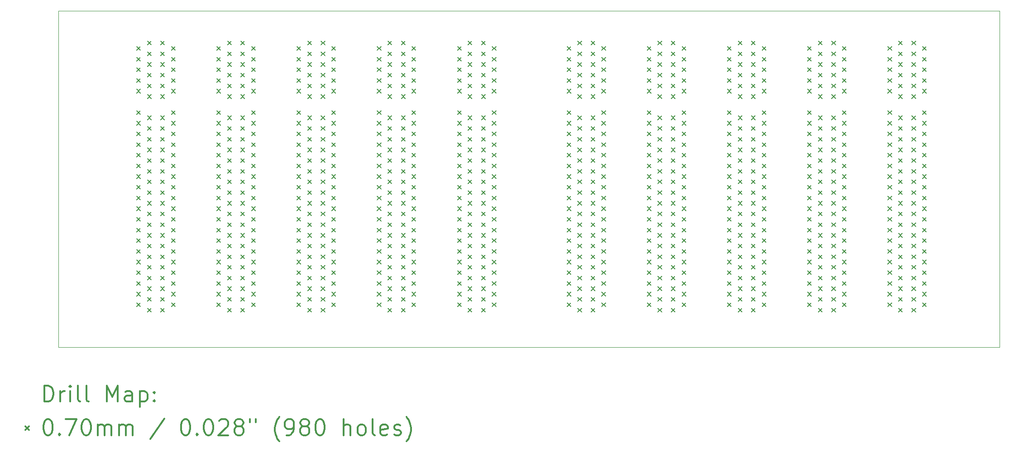
<source format=gbr>
%FSLAX45Y45*%
G04 Gerber Fmt 4.5, Leading zero omitted, Abs format (unit mm)*
G04 Created by KiCad (PCBNEW (5.1.9-16-g1737927814)-1) date 2021-07-03 16:47:47*
%MOMM*%
%LPD*%
G01*
G04 APERTURE LIST*
%TA.AperFunction,Profile*%
%ADD10C,0.100000*%
%TD*%
%ADD11C,0.200000*%
%ADD12C,0.300000*%
G04 APERTURE END LIST*
D10*
X3800000Y-4400000D02*
X3800000Y-10700000D01*
X21400000Y-4400000D02*
X3800000Y-4400000D01*
X21400000Y-10700000D02*
X21400000Y-4400000D01*
X3800000Y-10700000D02*
X21400000Y-10700000D01*
D11*
X5265000Y-5065000D02*
X5335000Y-5135000D01*
X5335000Y-5065000D02*
X5265000Y-5135000D01*
X5265000Y-5265000D02*
X5335000Y-5335000D01*
X5335000Y-5265000D02*
X5265000Y-5335000D01*
X5265000Y-5465000D02*
X5335000Y-5535000D01*
X5335000Y-5465000D02*
X5265000Y-5535000D01*
X5265000Y-5665000D02*
X5335000Y-5735000D01*
X5335000Y-5665000D02*
X5265000Y-5735000D01*
X5265000Y-5865000D02*
X5335000Y-5935000D01*
X5335000Y-5865000D02*
X5265000Y-5935000D01*
X5265000Y-6265000D02*
X5335000Y-6335000D01*
X5335000Y-6265000D02*
X5265000Y-6335000D01*
X5265000Y-6465000D02*
X5335000Y-6535000D01*
X5335000Y-6465000D02*
X5265000Y-6535000D01*
X5265000Y-6665000D02*
X5335000Y-6735000D01*
X5335000Y-6665000D02*
X5265000Y-6735000D01*
X5265000Y-6865000D02*
X5335000Y-6935000D01*
X5335000Y-6865000D02*
X5265000Y-6935000D01*
X5265000Y-7065000D02*
X5335000Y-7135000D01*
X5335000Y-7065000D02*
X5265000Y-7135000D01*
X5265000Y-7265000D02*
X5335000Y-7335000D01*
X5335000Y-7265000D02*
X5265000Y-7335000D01*
X5265000Y-7465000D02*
X5335000Y-7535000D01*
X5335000Y-7465000D02*
X5265000Y-7535000D01*
X5265000Y-7665000D02*
X5335000Y-7735000D01*
X5335000Y-7665000D02*
X5265000Y-7735000D01*
X5265000Y-7865000D02*
X5335000Y-7935000D01*
X5335000Y-7865000D02*
X5265000Y-7935000D01*
X5265000Y-8065000D02*
X5335000Y-8135000D01*
X5335000Y-8065000D02*
X5265000Y-8135000D01*
X5265000Y-8265000D02*
X5335000Y-8335000D01*
X5335000Y-8265000D02*
X5265000Y-8335000D01*
X5265000Y-8465000D02*
X5335000Y-8535000D01*
X5335000Y-8465000D02*
X5265000Y-8535000D01*
X5265000Y-8665000D02*
X5335000Y-8735000D01*
X5335000Y-8665000D02*
X5265000Y-8735000D01*
X5265000Y-8865000D02*
X5335000Y-8935000D01*
X5335000Y-8865000D02*
X5265000Y-8935000D01*
X5265000Y-9065000D02*
X5335000Y-9135000D01*
X5335000Y-9065000D02*
X5265000Y-9135000D01*
X5265000Y-9265000D02*
X5335000Y-9335000D01*
X5335000Y-9265000D02*
X5265000Y-9335000D01*
X5265000Y-9465000D02*
X5335000Y-9535000D01*
X5335000Y-9465000D02*
X5265000Y-9535000D01*
X5265000Y-9665000D02*
X5335000Y-9735000D01*
X5335000Y-9665000D02*
X5265000Y-9735000D01*
X5265000Y-9865000D02*
X5335000Y-9935000D01*
X5335000Y-9865000D02*
X5265000Y-9935000D01*
X5465000Y-4965000D02*
X5535000Y-5035000D01*
X5535000Y-4965000D02*
X5465000Y-5035000D01*
X5465000Y-5165000D02*
X5535000Y-5235000D01*
X5535000Y-5165000D02*
X5465000Y-5235000D01*
X5465000Y-5365000D02*
X5535000Y-5435000D01*
X5535000Y-5365000D02*
X5465000Y-5435000D01*
X5465000Y-5565000D02*
X5535000Y-5635000D01*
X5535000Y-5565000D02*
X5465000Y-5635000D01*
X5465000Y-5765000D02*
X5535000Y-5835000D01*
X5535000Y-5765000D02*
X5465000Y-5835000D01*
X5465000Y-5965000D02*
X5535000Y-6035000D01*
X5535000Y-5965000D02*
X5465000Y-6035000D01*
X5465000Y-6365000D02*
X5535000Y-6435000D01*
X5535000Y-6365000D02*
X5465000Y-6435000D01*
X5465000Y-6565000D02*
X5535000Y-6635000D01*
X5535000Y-6565000D02*
X5465000Y-6635000D01*
X5465000Y-6765000D02*
X5535000Y-6835000D01*
X5535000Y-6765000D02*
X5465000Y-6835000D01*
X5465000Y-6965000D02*
X5535000Y-7035000D01*
X5535000Y-6965000D02*
X5465000Y-7035000D01*
X5465000Y-7165000D02*
X5535000Y-7235000D01*
X5535000Y-7165000D02*
X5465000Y-7235000D01*
X5465000Y-7365000D02*
X5535000Y-7435000D01*
X5535000Y-7365000D02*
X5465000Y-7435000D01*
X5465000Y-7565000D02*
X5535000Y-7635000D01*
X5535000Y-7565000D02*
X5465000Y-7635000D01*
X5465000Y-7765000D02*
X5535000Y-7835000D01*
X5535000Y-7765000D02*
X5465000Y-7835000D01*
X5465000Y-7965000D02*
X5535000Y-8035000D01*
X5535000Y-7965000D02*
X5465000Y-8035000D01*
X5465000Y-8165000D02*
X5535000Y-8235000D01*
X5535000Y-8165000D02*
X5465000Y-8235000D01*
X5465000Y-8365000D02*
X5535000Y-8435000D01*
X5535000Y-8365000D02*
X5465000Y-8435000D01*
X5465000Y-8565000D02*
X5535000Y-8635000D01*
X5535000Y-8565000D02*
X5465000Y-8635000D01*
X5465000Y-8765000D02*
X5535000Y-8835000D01*
X5535000Y-8765000D02*
X5465000Y-8835000D01*
X5465000Y-8965000D02*
X5535000Y-9035000D01*
X5535000Y-8965000D02*
X5465000Y-9035000D01*
X5465000Y-9165000D02*
X5535000Y-9235000D01*
X5535000Y-9165000D02*
X5465000Y-9235000D01*
X5465000Y-9365000D02*
X5535000Y-9435000D01*
X5535000Y-9365000D02*
X5465000Y-9435000D01*
X5465000Y-9565000D02*
X5535000Y-9635000D01*
X5535000Y-9565000D02*
X5465000Y-9635000D01*
X5465000Y-9765000D02*
X5535000Y-9835000D01*
X5535000Y-9765000D02*
X5465000Y-9835000D01*
X5465000Y-9965000D02*
X5535000Y-10035000D01*
X5535000Y-9965000D02*
X5465000Y-10035000D01*
X5715000Y-4965000D02*
X5785000Y-5035000D01*
X5785000Y-4965000D02*
X5715000Y-5035000D01*
X5715000Y-5165000D02*
X5785000Y-5235000D01*
X5785000Y-5165000D02*
X5715000Y-5235000D01*
X5715000Y-5365000D02*
X5785000Y-5435000D01*
X5785000Y-5365000D02*
X5715000Y-5435000D01*
X5715000Y-5565000D02*
X5785000Y-5635000D01*
X5785000Y-5565000D02*
X5715000Y-5635000D01*
X5715000Y-5765000D02*
X5785000Y-5835000D01*
X5785000Y-5765000D02*
X5715000Y-5835000D01*
X5715000Y-5965000D02*
X5785000Y-6035000D01*
X5785000Y-5965000D02*
X5715000Y-6035000D01*
X5715000Y-6365000D02*
X5785000Y-6435000D01*
X5785000Y-6365000D02*
X5715000Y-6435000D01*
X5715000Y-6565000D02*
X5785000Y-6635000D01*
X5785000Y-6565000D02*
X5715000Y-6635000D01*
X5715000Y-6765000D02*
X5785000Y-6835000D01*
X5785000Y-6765000D02*
X5715000Y-6835000D01*
X5715000Y-6965000D02*
X5785000Y-7035000D01*
X5785000Y-6965000D02*
X5715000Y-7035000D01*
X5715000Y-7165000D02*
X5785000Y-7235000D01*
X5785000Y-7165000D02*
X5715000Y-7235000D01*
X5715000Y-7365000D02*
X5785000Y-7435000D01*
X5785000Y-7365000D02*
X5715000Y-7435000D01*
X5715000Y-7565000D02*
X5785000Y-7635000D01*
X5785000Y-7565000D02*
X5715000Y-7635000D01*
X5715000Y-7765000D02*
X5785000Y-7835000D01*
X5785000Y-7765000D02*
X5715000Y-7835000D01*
X5715000Y-7965000D02*
X5785000Y-8035000D01*
X5785000Y-7965000D02*
X5715000Y-8035000D01*
X5715000Y-8165000D02*
X5785000Y-8235000D01*
X5785000Y-8165000D02*
X5715000Y-8235000D01*
X5715000Y-8365000D02*
X5785000Y-8435000D01*
X5785000Y-8365000D02*
X5715000Y-8435000D01*
X5715000Y-8565000D02*
X5785000Y-8635000D01*
X5785000Y-8565000D02*
X5715000Y-8635000D01*
X5715000Y-8765000D02*
X5785000Y-8835000D01*
X5785000Y-8765000D02*
X5715000Y-8835000D01*
X5715000Y-8965000D02*
X5785000Y-9035000D01*
X5785000Y-8965000D02*
X5715000Y-9035000D01*
X5715000Y-9165000D02*
X5785000Y-9235000D01*
X5785000Y-9165000D02*
X5715000Y-9235000D01*
X5715000Y-9365000D02*
X5785000Y-9435000D01*
X5785000Y-9365000D02*
X5715000Y-9435000D01*
X5715000Y-9565000D02*
X5785000Y-9635000D01*
X5785000Y-9565000D02*
X5715000Y-9635000D01*
X5715000Y-9765000D02*
X5785000Y-9835000D01*
X5785000Y-9765000D02*
X5715000Y-9835000D01*
X5715000Y-9965000D02*
X5785000Y-10035000D01*
X5785000Y-9965000D02*
X5715000Y-10035000D01*
X5915000Y-5065000D02*
X5985000Y-5135000D01*
X5985000Y-5065000D02*
X5915000Y-5135000D01*
X5915000Y-5265000D02*
X5985000Y-5335000D01*
X5985000Y-5265000D02*
X5915000Y-5335000D01*
X5915000Y-5465000D02*
X5985000Y-5535000D01*
X5985000Y-5465000D02*
X5915000Y-5535000D01*
X5915000Y-5665000D02*
X5985000Y-5735000D01*
X5985000Y-5665000D02*
X5915000Y-5735000D01*
X5915000Y-5865000D02*
X5985000Y-5935000D01*
X5985000Y-5865000D02*
X5915000Y-5935000D01*
X5915000Y-6265000D02*
X5985000Y-6335000D01*
X5985000Y-6265000D02*
X5915000Y-6335000D01*
X5915000Y-6465000D02*
X5985000Y-6535000D01*
X5985000Y-6465000D02*
X5915000Y-6535000D01*
X5915000Y-6665000D02*
X5985000Y-6735000D01*
X5985000Y-6665000D02*
X5915000Y-6735000D01*
X5915000Y-6865000D02*
X5985000Y-6935000D01*
X5985000Y-6865000D02*
X5915000Y-6935000D01*
X5915000Y-7065000D02*
X5985000Y-7135000D01*
X5985000Y-7065000D02*
X5915000Y-7135000D01*
X5915000Y-7265000D02*
X5985000Y-7335000D01*
X5985000Y-7265000D02*
X5915000Y-7335000D01*
X5915000Y-7465000D02*
X5985000Y-7535000D01*
X5985000Y-7465000D02*
X5915000Y-7535000D01*
X5915000Y-7665000D02*
X5985000Y-7735000D01*
X5985000Y-7665000D02*
X5915000Y-7735000D01*
X5915000Y-7865000D02*
X5985000Y-7935000D01*
X5985000Y-7865000D02*
X5915000Y-7935000D01*
X5915000Y-8065000D02*
X5985000Y-8135000D01*
X5985000Y-8065000D02*
X5915000Y-8135000D01*
X5915000Y-8265000D02*
X5985000Y-8335000D01*
X5985000Y-8265000D02*
X5915000Y-8335000D01*
X5915000Y-8465000D02*
X5985000Y-8535000D01*
X5985000Y-8465000D02*
X5915000Y-8535000D01*
X5915000Y-8665000D02*
X5985000Y-8735000D01*
X5985000Y-8665000D02*
X5915000Y-8735000D01*
X5915000Y-8865000D02*
X5985000Y-8935000D01*
X5985000Y-8865000D02*
X5915000Y-8935000D01*
X5915000Y-9065000D02*
X5985000Y-9135000D01*
X5985000Y-9065000D02*
X5915000Y-9135000D01*
X5915000Y-9265000D02*
X5985000Y-9335000D01*
X5985000Y-9265000D02*
X5915000Y-9335000D01*
X5915000Y-9465000D02*
X5985000Y-9535000D01*
X5985000Y-9465000D02*
X5915000Y-9535000D01*
X5915000Y-9665000D02*
X5985000Y-9735000D01*
X5985000Y-9665000D02*
X5915000Y-9735000D01*
X5915000Y-9865000D02*
X5985000Y-9935000D01*
X5985000Y-9865000D02*
X5915000Y-9935000D01*
X6765000Y-5065000D02*
X6835000Y-5135000D01*
X6835000Y-5065000D02*
X6765000Y-5135000D01*
X6765000Y-5265000D02*
X6835000Y-5335000D01*
X6835000Y-5265000D02*
X6765000Y-5335000D01*
X6765000Y-5465000D02*
X6835000Y-5535000D01*
X6835000Y-5465000D02*
X6765000Y-5535000D01*
X6765000Y-5665000D02*
X6835000Y-5735000D01*
X6835000Y-5665000D02*
X6765000Y-5735000D01*
X6765000Y-5865000D02*
X6835000Y-5935000D01*
X6835000Y-5865000D02*
X6765000Y-5935000D01*
X6765000Y-6265000D02*
X6835000Y-6335000D01*
X6835000Y-6265000D02*
X6765000Y-6335000D01*
X6765000Y-6465000D02*
X6835000Y-6535000D01*
X6835000Y-6465000D02*
X6765000Y-6535000D01*
X6765000Y-6665000D02*
X6835000Y-6735000D01*
X6835000Y-6665000D02*
X6765000Y-6735000D01*
X6765000Y-6865000D02*
X6835000Y-6935000D01*
X6835000Y-6865000D02*
X6765000Y-6935000D01*
X6765000Y-7065000D02*
X6835000Y-7135000D01*
X6835000Y-7065000D02*
X6765000Y-7135000D01*
X6765000Y-7265000D02*
X6835000Y-7335000D01*
X6835000Y-7265000D02*
X6765000Y-7335000D01*
X6765000Y-7465000D02*
X6835000Y-7535000D01*
X6835000Y-7465000D02*
X6765000Y-7535000D01*
X6765000Y-7665000D02*
X6835000Y-7735000D01*
X6835000Y-7665000D02*
X6765000Y-7735000D01*
X6765000Y-7865000D02*
X6835000Y-7935000D01*
X6835000Y-7865000D02*
X6765000Y-7935000D01*
X6765000Y-8065000D02*
X6835000Y-8135000D01*
X6835000Y-8065000D02*
X6765000Y-8135000D01*
X6765000Y-8265000D02*
X6835000Y-8335000D01*
X6835000Y-8265000D02*
X6765000Y-8335000D01*
X6765000Y-8465000D02*
X6835000Y-8535000D01*
X6835000Y-8465000D02*
X6765000Y-8535000D01*
X6765000Y-8665000D02*
X6835000Y-8735000D01*
X6835000Y-8665000D02*
X6765000Y-8735000D01*
X6765000Y-8865000D02*
X6835000Y-8935000D01*
X6835000Y-8865000D02*
X6765000Y-8935000D01*
X6765000Y-9065000D02*
X6835000Y-9135000D01*
X6835000Y-9065000D02*
X6765000Y-9135000D01*
X6765000Y-9265000D02*
X6835000Y-9335000D01*
X6835000Y-9265000D02*
X6765000Y-9335000D01*
X6765000Y-9465000D02*
X6835000Y-9535000D01*
X6835000Y-9465000D02*
X6765000Y-9535000D01*
X6765000Y-9665000D02*
X6835000Y-9735000D01*
X6835000Y-9665000D02*
X6765000Y-9735000D01*
X6765000Y-9865000D02*
X6835000Y-9935000D01*
X6835000Y-9865000D02*
X6765000Y-9935000D01*
X6965000Y-4965000D02*
X7035000Y-5035000D01*
X7035000Y-4965000D02*
X6965000Y-5035000D01*
X6965000Y-5165000D02*
X7035000Y-5235000D01*
X7035000Y-5165000D02*
X6965000Y-5235000D01*
X6965000Y-5365000D02*
X7035000Y-5435000D01*
X7035000Y-5365000D02*
X6965000Y-5435000D01*
X6965000Y-5565000D02*
X7035000Y-5635000D01*
X7035000Y-5565000D02*
X6965000Y-5635000D01*
X6965000Y-5765000D02*
X7035000Y-5835000D01*
X7035000Y-5765000D02*
X6965000Y-5835000D01*
X6965000Y-5965000D02*
X7035000Y-6035000D01*
X7035000Y-5965000D02*
X6965000Y-6035000D01*
X6965000Y-6365000D02*
X7035000Y-6435000D01*
X7035000Y-6365000D02*
X6965000Y-6435000D01*
X6965000Y-6565000D02*
X7035000Y-6635000D01*
X7035000Y-6565000D02*
X6965000Y-6635000D01*
X6965000Y-6765000D02*
X7035000Y-6835000D01*
X7035000Y-6765000D02*
X6965000Y-6835000D01*
X6965000Y-6965000D02*
X7035000Y-7035000D01*
X7035000Y-6965000D02*
X6965000Y-7035000D01*
X6965000Y-7165000D02*
X7035000Y-7235000D01*
X7035000Y-7165000D02*
X6965000Y-7235000D01*
X6965000Y-7365000D02*
X7035000Y-7435000D01*
X7035000Y-7365000D02*
X6965000Y-7435000D01*
X6965000Y-7565000D02*
X7035000Y-7635000D01*
X7035000Y-7565000D02*
X6965000Y-7635000D01*
X6965000Y-7765000D02*
X7035000Y-7835000D01*
X7035000Y-7765000D02*
X6965000Y-7835000D01*
X6965000Y-7965000D02*
X7035000Y-8035000D01*
X7035000Y-7965000D02*
X6965000Y-8035000D01*
X6965000Y-8165000D02*
X7035000Y-8235000D01*
X7035000Y-8165000D02*
X6965000Y-8235000D01*
X6965000Y-8365000D02*
X7035000Y-8435000D01*
X7035000Y-8365000D02*
X6965000Y-8435000D01*
X6965000Y-8565000D02*
X7035000Y-8635000D01*
X7035000Y-8565000D02*
X6965000Y-8635000D01*
X6965000Y-8765000D02*
X7035000Y-8835000D01*
X7035000Y-8765000D02*
X6965000Y-8835000D01*
X6965000Y-8965000D02*
X7035000Y-9035000D01*
X7035000Y-8965000D02*
X6965000Y-9035000D01*
X6965000Y-9165000D02*
X7035000Y-9235000D01*
X7035000Y-9165000D02*
X6965000Y-9235000D01*
X6965000Y-9365000D02*
X7035000Y-9435000D01*
X7035000Y-9365000D02*
X6965000Y-9435000D01*
X6965000Y-9565000D02*
X7035000Y-9635000D01*
X7035000Y-9565000D02*
X6965000Y-9635000D01*
X6965000Y-9765000D02*
X7035000Y-9835000D01*
X7035000Y-9765000D02*
X6965000Y-9835000D01*
X6965000Y-9965000D02*
X7035000Y-10035000D01*
X7035000Y-9965000D02*
X6965000Y-10035000D01*
X7215000Y-4965000D02*
X7285000Y-5035000D01*
X7285000Y-4965000D02*
X7215000Y-5035000D01*
X7215000Y-5165000D02*
X7285000Y-5235000D01*
X7285000Y-5165000D02*
X7215000Y-5235000D01*
X7215000Y-5365000D02*
X7285000Y-5435000D01*
X7285000Y-5365000D02*
X7215000Y-5435000D01*
X7215000Y-5565000D02*
X7285000Y-5635000D01*
X7285000Y-5565000D02*
X7215000Y-5635000D01*
X7215000Y-5765000D02*
X7285000Y-5835000D01*
X7285000Y-5765000D02*
X7215000Y-5835000D01*
X7215000Y-5965000D02*
X7285000Y-6035000D01*
X7285000Y-5965000D02*
X7215000Y-6035000D01*
X7215000Y-6365000D02*
X7285000Y-6435000D01*
X7285000Y-6365000D02*
X7215000Y-6435000D01*
X7215000Y-6565000D02*
X7285000Y-6635000D01*
X7285000Y-6565000D02*
X7215000Y-6635000D01*
X7215000Y-6765000D02*
X7285000Y-6835000D01*
X7285000Y-6765000D02*
X7215000Y-6835000D01*
X7215000Y-6965000D02*
X7285000Y-7035000D01*
X7285000Y-6965000D02*
X7215000Y-7035000D01*
X7215000Y-7165000D02*
X7285000Y-7235000D01*
X7285000Y-7165000D02*
X7215000Y-7235000D01*
X7215000Y-7365000D02*
X7285000Y-7435000D01*
X7285000Y-7365000D02*
X7215000Y-7435000D01*
X7215000Y-7565000D02*
X7285000Y-7635000D01*
X7285000Y-7565000D02*
X7215000Y-7635000D01*
X7215000Y-7765000D02*
X7285000Y-7835000D01*
X7285000Y-7765000D02*
X7215000Y-7835000D01*
X7215000Y-7965000D02*
X7285000Y-8035000D01*
X7285000Y-7965000D02*
X7215000Y-8035000D01*
X7215000Y-8165000D02*
X7285000Y-8235000D01*
X7285000Y-8165000D02*
X7215000Y-8235000D01*
X7215000Y-8365000D02*
X7285000Y-8435000D01*
X7285000Y-8365000D02*
X7215000Y-8435000D01*
X7215000Y-8565000D02*
X7285000Y-8635000D01*
X7285000Y-8565000D02*
X7215000Y-8635000D01*
X7215000Y-8765000D02*
X7285000Y-8835000D01*
X7285000Y-8765000D02*
X7215000Y-8835000D01*
X7215000Y-8965000D02*
X7285000Y-9035000D01*
X7285000Y-8965000D02*
X7215000Y-9035000D01*
X7215000Y-9165000D02*
X7285000Y-9235000D01*
X7285000Y-9165000D02*
X7215000Y-9235000D01*
X7215000Y-9365000D02*
X7285000Y-9435000D01*
X7285000Y-9365000D02*
X7215000Y-9435000D01*
X7215000Y-9565000D02*
X7285000Y-9635000D01*
X7285000Y-9565000D02*
X7215000Y-9635000D01*
X7215000Y-9765000D02*
X7285000Y-9835000D01*
X7285000Y-9765000D02*
X7215000Y-9835000D01*
X7215000Y-9965000D02*
X7285000Y-10035000D01*
X7285000Y-9965000D02*
X7215000Y-10035000D01*
X7415000Y-5065000D02*
X7485000Y-5135000D01*
X7485000Y-5065000D02*
X7415000Y-5135000D01*
X7415000Y-5265000D02*
X7485000Y-5335000D01*
X7485000Y-5265000D02*
X7415000Y-5335000D01*
X7415000Y-5465000D02*
X7485000Y-5535000D01*
X7485000Y-5465000D02*
X7415000Y-5535000D01*
X7415000Y-5665000D02*
X7485000Y-5735000D01*
X7485000Y-5665000D02*
X7415000Y-5735000D01*
X7415000Y-5865000D02*
X7485000Y-5935000D01*
X7485000Y-5865000D02*
X7415000Y-5935000D01*
X7415000Y-6265000D02*
X7485000Y-6335000D01*
X7485000Y-6265000D02*
X7415000Y-6335000D01*
X7415000Y-6465000D02*
X7485000Y-6535000D01*
X7485000Y-6465000D02*
X7415000Y-6535000D01*
X7415000Y-6665000D02*
X7485000Y-6735000D01*
X7485000Y-6665000D02*
X7415000Y-6735000D01*
X7415000Y-6865000D02*
X7485000Y-6935000D01*
X7485000Y-6865000D02*
X7415000Y-6935000D01*
X7415000Y-7065000D02*
X7485000Y-7135000D01*
X7485000Y-7065000D02*
X7415000Y-7135000D01*
X7415000Y-7265000D02*
X7485000Y-7335000D01*
X7485000Y-7265000D02*
X7415000Y-7335000D01*
X7415000Y-7465000D02*
X7485000Y-7535000D01*
X7485000Y-7465000D02*
X7415000Y-7535000D01*
X7415000Y-7665000D02*
X7485000Y-7735000D01*
X7485000Y-7665000D02*
X7415000Y-7735000D01*
X7415000Y-7865000D02*
X7485000Y-7935000D01*
X7485000Y-7865000D02*
X7415000Y-7935000D01*
X7415000Y-8065000D02*
X7485000Y-8135000D01*
X7485000Y-8065000D02*
X7415000Y-8135000D01*
X7415000Y-8265000D02*
X7485000Y-8335000D01*
X7485000Y-8265000D02*
X7415000Y-8335000D01*
X7415000Y-8465000D02*
X7485000Y-8535000D01*
X7485000Y-8465000D02*
X7415000Y-8535000D01*
X7415000Y-8665000D02*
X7485000Y-8735000D01*
X7485000Y-8665000D02*
X7415000Y-8735000D01*
X7415000Y-8865000D02*
X7485000Y-8935000D01*
X7485000Y-8865000D02*
X7415000Y-8935000D01*
X7415000Y-9065000D02*
X7485000Y-9135000D01*
X7485000Y-9065000D02*
X7415000Y-9135000D01*
X7415000Y-9265000D02*
X7485000Y-9335000D01*
X7485000Y-9265000D02*
X7415000Y-9335000D01*
X7415000Y-9465000D02*
X7485000Y-9535000D01*
X7485000Y-9465000D02*
X7415000Y-9535000D01*
X7415000Y-9665000D02*
X7485000Y-9735000D01*
X7485000Y-9665000D02*
X7415000Y-9735000D01*
X7415000Y-9865000D02*
X7485000Y-9935000D01*
X7485000Y-9865000D02*
X7415000Y-9935000D01*
X8265000Y-5065000D02*
X8335000Y-5135000D01*
X8335000Y-5065000D02*
X8265000Y-5135000D01*
X8265000Y-5265000D02*
X8335000Y-5335000D01*
X8335000Y-5265000D02*
X8265000Y-5335000D01*
X8265000Y-5465000D02*
X8335000Y-5535000D01*
X8335000Y-5465000D02*
X8265000Y-5535000D01*
X8265000Y-5665000D02*
X8335000Y-5735000D01*
X8335000Y-5665000D02*
X8265000Y-5735000D01*
X8265000Y-5865000D02*
X8335000Y-5935000D01*
X8335000Y-5865000D02*
X8265000Y-5935000D01*
X8265000Y-6265000D02*
X8335000Y-6335000D01*
X8335000Y-6265000D02*
X8265000Y-6335000D01*
X8265000Y-6465000D02*
X8335000Y-6535000D01*
X8335000Y-6465000D02*
X8265000Y-6535000D01*
X8265000Y-6665000D02*
X8335000Y-6735000D01*
X8335000Y-6665000D02*
X8265000Y-6735000D01*
X8265000Y-6865000D02*
X8335000Y-6935000D01*
X8335000Y-6865000D02*
X8265000Y-6935000D01*
X8265000Y-7065000D02*
X8335000Y-7135000D01*
X8335000Y-7065000D02*
X8265000Y-7135000D01*
X8265000Y-7265000D02*
X8335000Y-7335000D01*
X8335000Y-7265000D02*
X8265000Y-7335000D01*
X8265000Y-7465000D02*
X8335000Y-7535000D01*
X8335000Y-7465000D02*
X8265000Y-7535000D01*
X8265000Y-7665000D02*
X8335000Y-7735000D01*
X8335000Y-7665000D02*
X8265000Y-7735000D01*
X8265000Y-7865000D02*
X8335000Y-7935000D01*
X8335000Y-7865000D02*
X8265000Y-7935000D01*
X8265000Y-8065000D02*
X8335000Y-8135000D01*
X8335000Y-8065000D02*
X8265000Y-8135000D01*
X8265000Y-8265000D02*
X8335000Y-8335000D01*
X8335000Y-8265000D02*
X8265000Y-8335000D01*
X8265000Y-8465000D02*
X8335000Y-8535000D01*
X8335000Y-8465000D02*
X8265000Y-8535000D01*
X8265000Y-8665000D02*
X8335000Y-8735000D01*
X8335000Y-8665000D02*
X8265000Y-8735000D01*
X8265000Y-8865000D02*
X8335000Y-8935000D01*
X8335000Y-8865000D02*
X8265000Y-8935000D01*
X8265000Y-9065000D02*
X8335000Y-9135000D01*
X8335000Y-9065000D02*
X8265000Y-9135000D01*
X8265000Y-9265000D02*
X8335000Y-9335000D01*
X8335000Y-9265000D02*
X8265000Y-9335000D01*
X8265000Y-9465000D02*
X8335000Y-9535000D01*
X8335000Y-9465000D02*
X8265000Y-9535000D01*
X8265000Y-9665000D02*
X8335000Y-9735000D01*
X8335000Y-9665000D02*
X8265000Y-9735000D01*
X8265000Y-9865000D02*
X8335000Y-9935000D01*
X8335000Y-9865000D02*
X8265000Y-9935000D01*
X8465000Y-4965000D02*
X8535000Y-5035000D01*
X8535000Y-4965000D02*
X8465000Y-5035000D01*
X8465000Y-5165000D02*
X8535000Y-5235000D01*
X8535000Y-5165000D02*
X8465000Y-5235000D01*
X8465000Y-5365000D02*
X8535000Y-5435000D01*
X8535000Y-5365000D02*
X8465000Y-5435000D01*
X8465000Y-5565000D02*
X8535000Y-5635000D01*
X8535000Y-5565000D02*
X8465000Y-5635000D01*
X8465000Y-5765000D02*
X8535000Y-5835000D01*
X8535000Y-5765000D02*
X8465000Y-5835000D01*
X8465000Y-5965000D02*
X8535000Y-6035000D01*
X8535000Y-5965000D02*
X8465000Y-6035000D01*
X8465000Y-6365000D02*
X8535000Y-6435000D01*
X8535000Y-6365000D02*
X8465000Y-6435000D01*
X8465000Y-6565000D02*
X8535000Y-6635000D01*
X8535000Y-6565000D02*
X8465000Y-6635000D01*
X8465000Y-6765000D02*
X8535000Y-6835000D01*
X8535000Y-6765000D02*
X8465000Y-6835000D01*
X8465000Y-6965000D02*
X8535000Y-7035000D01*
X8535000Y-6965000D02*
X8465000Y-7035000D01*
X8465000Y-7165000D02*
X8535000Y-7235000D01*
X8535000Y-7165000D02*
X8465000Y-7235000D01*
X8465000Y-7365000D02*
X8535000Y-7435000D01*
X8535000Y-7365000D02*
X8465000Y-7435000D01*
X8465000Y-7565000D02*
X8535000Y-7635000D01*
X8535000Y-7565000D02*
X8465000Y-7635000D01*
X8465000Y-7765000D02*
X8535000Y-7835000D01*
X8535000Y-7765000D02*
X8465000Y-7835000D01*
X8465000Y-7965000D02*
X8535000Y-8035000D01*
X8535000Y-7965000D02*
X8465000Y-8035000D01*
X8465000Y-8165000D02*
X8535000Y-8235000D01*
X8535000Y-8165000D02*
X8465000Y-8235000D01*
X8465000Y-8365000D02*
X8535000Y-8435000D01*
X8535000Y-8365000D02*
X8465000Y-8435000D01*
X8465000Y-8565000D02*
X8535000Y-8635000D01*
X8535000Y-8565000D02*
X8465000Y-8635000D01*
X8465000Y-8765000D02*
X8535000Y-8835000D01*
X8535000Y-8765000D02*
X8465000Y-8835000D01*
X8465000Y-8965000D02*
X8535000Y-9035000D01*
X8535000Y-8965000D02*
X8465000Y-9035000D01*
X8465000Y-9165000D02*
X8535000Y-9235000D01*
X8535000Y-9165000D02*
X8465000Y-9235000D01*
X8465000Y-9365000D02*
X8535000Y-9435000D01*
X8535000Y-9365000D02*
X8465000Y-9435000D01*
X8465000Y-9565000D02*
X8535000Y-9635000D01*
X8535000Y-9565000D02*
X8465000Y-9635000D01*
X8465000Y-9765000D02*
X8535000Y-9835000D01*
X8535000Y-9765000D02*
X8465000Y-9835000D01*
X8465000Y-9965000D02*
X8535000Y-10035000D01*
X8535000Y-9965000D02*
X8465000Y-10035000D01*
X8715000Y-4965000D02*
X8785000Y-5035000D01*
X8785000Y-4965000D02*
X8715000Y-5035000D01*
X8715000Y-5165000D02*
X8785000Y-5235000D01*
X8785000Y-5165000D02*
X8715000Y-5235000D01*
X8715000Y-5365000D02*
X8785000Y-5435000D01*
X8785000Y-5365000D02*
X8715000Y-5435000D01*
X8715000Y-5565000D02*
X8785000Y-5635000D01*
X8785000Y-5565000D02*
X8715000Y-5635000D01*
X8715000Y-5765000D02*
X8785000Y-5835000D01*
X8785000Y-5765000D02*
X8715000Y-5835000D01*
X8715000Y-5965000D02*
X8785000Y-6035000D01*
X8785000Y-5965000D02*
X8715000Y-6035000D01*
X8715000Y-6365000D02*
X8785000Y-6435000D01*
X8785000Y-6365000D02*
X8715000Y-6435000D01*
X8715000Y-6565000D02*
X8785000Y-6635000D01*
X8785000Y-6565000D02*
X8715000Y-6635000D01*
X8715000Y-6765000D02*
X8785000Y-6835000D01*
X8785000Y-6765000D02*
X8715000Y-6835000D01*
X8715000Y-6965000D02*
X8785000Y-7035000D01*
X8785000Y-6965000D02*
X8715000Y-7035000D01*
X8715000Y-7165000D02*
X8785000Y-7235000D01*
X8785000Y-7165000D02*
X8715000Y-7235000D01*
X8715000Y-7365000D02*
X8785000Y-7435000D01*
X8785000Y-7365000D02*
X8715000Y-7435000D01*
X8715000Y-7565000D02*
X8785000Y-7635000D01*
X8785000Y-7565000D02*
X8715000Y-7635000D01*
X8715000Y-7765000D02*
X8785000Y-7835000D01*
X8785000Y-7765000D02*
X8715000Y-7835000D01*
X8715000Y-7965000D02*
X8785000Y-8035000D01*
X8785000Y-7965000D02*
X8715000Y-8035000D01*
X8715000Y-8165000D02*
X8785000Y-8235000D01*
X8785000Y-8165000D02*
X8715000Y-8235000D01*
X8715000Y-8365000D02*
X8785000Y-8435000D01*
X8785000Y-8365000D02*
X8715000Y-8435000D01*
X8715000Y-8565000D02*
X8785000Y-8635000D01*
X8785000Y-8565000D02*
X8715000Y-8635000D01*
X8715000Y-8765000D02*
X8785000Y-8835000D01*
X8785000Y-8765000D02*
X8715000Y-8835000D01*
X8715000Y-8965000D02*
X8785000Y-9035000D01*
X8785000Y-8965000D02*
X8715000Y-9035000D01*
X8715000Y-9165000D02*
X8785000Y-9235000D01*
X8785000Y-9165000D02*
X8715000Y-9235000D01*
X8715000Y-9365000D02*
X8785000Y-9435000D01*
X8785000Y-9365000D02*
X8715000Y-9435000D01*
X8715000Y-9565000D02*
X8785000Y-9635000D01*
X8785000Y-9565000D02*
X8715000Y-9635000D01*
X8715000Y-9765000D02*
X8785000Y-9835000D01*
X8785000Y-9765000D02*
X8715000Y-9835000D01*
X8715000Y-9965000D02*
X8785000Y-10035000D01*
X8785000Y-9965000D02*
X8715000Y-10035000D01*
X8915000Y-5065000D02*
X8985000Y-5135000D01*
X8985000Y-5065000D02*
X8915000Y-5135000D01*
X8915000Y-5265000D02*
X8985000Y-5335000D01*
X8985000Y-5265000D02*
X8915000Y-5335000D01*
X8915000Y-5465000D02*
X8985000Y-5535000D01*
X8985000Y-5465000D02*
X8915000Y-5535000D01*
X8915000Y-5665000D02*
X8985000Y-5735000D01*
X8985000Y-5665000D02*
X8915000Y-5735000D01*
X8915000Y-5865000D02*
X8985000Y-5935000D01*
X8985000Y-5865000D02*
X8915000Y-5935000D01*
X8915000Y-6265000D02*
X8985000Y-6335000D01*
X8985000Y-6265000D02*
X8915000Y-6335000D01*
X8915000Y-6465000D02*
X8985000Y-6535000D01*
X8985000Y-6465000D02*
X8915000Y-6535000D01*
X8915000Y-6665000D02*
X8985000Y-6735000D01*
X8985000Y-6665000D02*
X8915000Y-6735000D01*
X8915000Y-6865000D02*
X8985000Y-6935000D01*
X8985000Y-6865000D02*
X8915000Y-6935000D01*
X8915000Y-7065000D02*
X8985000Y-7135000D01*
X8985000Y-7065000D02*
X8915000Y-7135000D01*
X8915000Y-7265000D02*
X8985000Y-7335000D01*
X8985000Y-7265000D02*
X8915000Y-7335000D01*
X8915000Y-7465000D02*
X8985000Y-7535000D01*
X8985000Y-7465000D02*
X8915000Y-7535000D01*
X8915000Y-7665000D02*
X8985000Y-7735000D01*
X8985000Y-7665000D02*
X8915000Y-7735000D01*
X8915000Y-7865000D02*
X8985000Y-7935000D01*
X8985000Y-7865000D02*
X8915000Y-7935000D01*
X8915000Y-8065000D02*
X8985000Y-8135000D01*
X8985000Y-8065000D02*
X8915000Y-8135000D01*
X8915000Y-8265000D02*
X8985000Y-8335000D01*
X8985000Y-8265000D02*
X8915000Y-8335000D01*
X8915000Y-8465000D02*
X8985000Y-8535000D01*
X8985000Y-8465000D02*
X8915000Y-8535000D01*
X8915000Y-8665000D02*
X8985000Y-8735000D01*
X8985000Y-8665000D02*
X8915000Y-8735000D01*
X8915000Y-8865000D02*
X8985000Y-8935000D01*
X8985000Y-8865000D02*
X8915000Y-8935000D01*
X8915000Y-9065000D02*
X8985000Y-9135000D01*
X8985000Y-9065000D02*
X8915000Y-9135000D01*
X8915000Y-9265000D02*
X8985000Y-9335000D01*
X8985000Y-9265000D02*
X8915000Y-9335000D01*
X8915000Y-9465000D02*
X8985000Y-9535000D01*
X8985000Y-9465000D02*
X8915000Y-9535000D01*
X8915000Y-9665000D02*
X8985000Y-9735000D01*
X8985000Y-9665000D02*
X8915000Y-9735000D01*
X8915000Y-9865000D02*
X8985000Y-9935000D01*
X8985000Y-9865000D02*
X8915000Y-9935000D01*
X9765000Y-5065000D02*
X9835000Y-5135000D01*
X9835000Y-5065000D02*
X9765000Y-5135000D01*
X9765000Y-5265000D02*
X9835000Y-5335000D01*
X9835000Y-5265000D02*
X9765000Y-5335000D01*
X9765000Y-5465000D02*
X9835000Y-5535000D01*
X9835000Y-5465000D02*
X9765000Y-5535000D01*
X9765000Y-5665000D02*
X9835000Y-5735000D01*
X9835000Y-5665000D02*
X9765000Y-5735000D01*
X9765000Y-5865000D02*
X9835000Y-5935000D01*
X9835000Y-5865000D02*
X9765000Y-5935000D01*
X9765000Y-6265000D02*
X9835000Y-6335000D01*
X9835000Y-6265000D02*
X9765000Y-6335000D01*
X9765000Y-6465000D02*
X9835000Y-6535000D01*
X9835000Y-6465000D02*
X9765000Y-6535000D01*
X9765000Y-6665000D02*
X9835000Y-6735000D01*
X9835000Y-6665000D02*
X9765000Y-6735000D01*
X9765000Y-6865000D02*
X9835000Y-6935000D01*
X9835000Y-6865000D02*
X9765000Y-6935000D01*
X9765000Y-7065000D02*
X9835000Y-7135000D01*
X9835000Y-7065000D02*
X9765000Y-7135000D01*
X9765000Y-7265000D02*
X9835000Y-7335000D01*
X9835000Y-7265000D02*
X9765000Y-7335000D01*
X9765000Y-7465000D02*
X9835000Y-7535000D01*
X9835000Y-7465000D02*
X9765000Y-7535000D01*
X9765000Y-7665000D02*
X9835000Y-7735000D01*
X9835000Y-7665000D02*
X9765000Y-7735000D01*
X9765000Y-7865000D02*
X9835000Y-7935000D01*
X9835000Y-7865000D02*
X9765000Y-7935000D01*
X9765000Y-8065000D02*
X9835000Y-8135000D01*
X9835000Y-8065000D02*
X9765000Y-8135000D01*
X9765000Y-8265000D02*
X9835000Y-8335000D01*
X9835000Y-8265000D02*
X9765000Y-8335000D01*
X9765000Y-8465000D02*
X9835000Y-8535000D01*
X9835000Y-8465000D02*
X9765000Y-8535000D01*
X9765000Y-8665000D02*
X9835000Y-8735000D01*
X9835000Y-8665000D02*
X9765000Y-8735000D01*
X9765000Y-8865000D02*
X9835000Y-8935000D01*
X9835000Y-8865000D02*
X9765000Y-8935000D01*
X9765000Y-9065000D02*
X9835000Y-9135000D01*
X9835000Y-9065000D02*
X9765000Y-9135000D01*
X9765000Y-9265000D02*
X9835000Y-9335000D01*
X9835000Y-9265000D02*
X9765000Y-9335000D01*
X9765000Y-9465000D02*
X9835000Y-9535000D01*
X9835000Y-9465000D02*
X9765000Y-9535000D01*
X9765000Y-9665000D02*
X9835000Y-9735000D01*
X9835000Y-9665000D02*
X9765000Y-9735000D01*
X9765000Y-9865000D02*
X9835000Y-9935000D01*
X9835000Y-9865000D02*
X9765000Y-9935000D01*
X9965000Y-4965000D02*
X10035000Y-5035000D01*
X10035000Y-4965000D02*
X9965000Y-5035000D01*
X9965000Y-5165000D02*
X10035000Y-5235000D01*
X10035000Y-5165000D02*
X9965000Y-5235000D01*
X9965000Y-5365000D02*
X10035000Y-5435000D01*
X10035000Y-5365000D02*
X9965000Y-5435000D01*
X9965000Y-5565000D02*
X10035000Y-5635000D01*
X10035000Y-5565000D02*
X9965000Y-5635000D01*
X9965000Y-5765000D02*
X10035000Y-5835000D01*
X10035000Y-5765000D02*
X9965000Y-5835000D01*
X9965000Y-5965000D02*
X10035000Y-6035000D01*
X10035000Y-5965000D02*
X9965000Y-6035000D01*
X9965000Y-6365000D02*
X10035000Y-6435000D01*
X10035000Y-6365000D02*
X9965000Y-6435000D01*
X9965000Y-6565000D02*
X10035000Y-6635000D01*
X10035000Y-6565000D02*
X9965000Y-6635000D01*
X9965000Y-6765000D02*
X10035000Y-6835000D01*
X10035000Y-6765000D02*
X9965000Y-6835000D01*
X9965000Y-6965000D02*
X10035000Y-7035000D01*
X10035000Y-6965000D02*
X9965000Y-7035000D01*
X9965000Y-7165000D02*
X10035000Y-7235000D01*
X10035000Y-7165000D02*
X9965000Y-7235000D01*
X9965000Y-7365000D02*
X10035000Y-7435000D01*
X10035000Y-7365000D02*
X9965000Y-7435000D01*
X9965000Y-7565000D02*
X10035000Y-7635000D01*
X10035000Y-7565000D02*
X9965000Y-7635000D01*
X9965000Y-7765000D02*
X10035000Y-7835000D01*
X10035000Y-7765000D02*
X9965000Y-7835000D01*
X9965000Y-7965000D02*
X10035000Y-8035000D01*
X10035000Y-7965000D02*
X9965000Y-8035000D01*
X9965000Y-8165000D02*
X10035000Y-8235000D01*
X10035000Y-8165000D02*
X9965000Y-8235000D01*
X9965000Y-8365000D02*
X10035000Y-8435000D01*
X10035000Y-8365000D02*
X9965000Y-8435000D01*
X9965000Y-8565000D02*
X10035000Y-8635000D01*
X10035000Y-8565000D02*
X9965000Y-8635000D01*
X9965000Y-8765000D02*
X10035000Y-8835000D01*
X10035000Y-8765000D02*
X9965000Y-8835000D01*
X9965000Y-8965000D02*
X10035000Y-9035000D01*
X10035000Y-8965000D02*
X9965000Y-9035000D01*
X9965000Y-9165000D02*
X10035000Y-9235000D01*
X10035000Y-9165000D02*
X9965000Y-9235000D01*
X9965000Y-9365000D02*
X10035000Y-9435000D01*
X10035000Y-9365000D02*
X9965000Y-9435000D01*
X9965000Y-9565000D02*
X10035000Y-9635000D01*
X10035000Y-9565000D02*
X9965000Y-9635000D01*
X9965000Y-9765000D02*
X10035000Y-9835000D01*
X10035000Y-9765000D02*
X9965000Y-9835000D01*
X9965000Y-9965000D02*
X10035000Y-10035000D01*
X10035000Y-9965000D02*
X9965000Y-10035000D01*
X10215000Y-4965000D02*
X10285000Y-5035000D01*
X10285000Y-4965000D02*
X10215000Y-5035000D01*
X10215000Y-5165000D02*
X10285000Y-5235000D01*
X10285000Y-5165000D02*
X10215000Y-5235000D01*
X10215000Y-5365000D02*
X10285000Y-5435000D01*
X10285000Y-5365000D02*
X10215000Y-5435000D01*
X10215000Y-5565000D02*
X10285000Y-5635000D01*
X10285000Y-5565000D02*
X10215000Y-5635000D01*
X10215000Y-5765000D02*
X10285000Y-5835000D01*
X10285000Y-5765000D02*
X10215000Y-5835000D01*
X10215000Y-5965000D02*
X10285000Y-6035000D01*
X10285000Y-5965000D02*
X10215000Y-6035000D01*
X10215000Y-6365000D02*
X10285000Y-6435000D01*
X10285000Y-6365000D02*
X10215000Y-6435000D01*
X10215000Y-6565000D02*
X10285000Y-6635000D01*
X10285000Y-6565000D02*
X10215000Y-6635000D01*
X10215000Y-6765000D02*
X10285000Y-6835000D01*
X10285000Y-6765000D02*
X10215000Y-6835000D01*
X10215000Y-6965000D02*
X10285000Y-7035000D01*
X10285000Y-6965000D02*
X10215000Y-7035000D01*
X10215000Y-7165000D02*
X10285000Y-7235000D01*
X10285000Y-7165000D02*
X10215000Y-7235000D01*
X10215000Y-7365000D02*
X10285000Y-7435000D01*
X10285000Y-7365000D02*
X10215000Y-7435000D01*
X10215000Y-7565000D02*
X10285000Y-7635000D01*
X10285000Y-7565000D02*
X10215000Y-7635000D01*
X10215000Y-7765000D02*
X10285000Y-7835000D01*
X10285000Y-7765000D02*
X10215000Y-7835000D01*
X10215000Y-7965000D02*
X10285000Y-8035000D01*
X10285000Y-7965000D02*
X10215000Y-8035000D01*
X10215000Y-8165000D02*
X10285000Y-8235000D01*
X10285000Y-8165000D02*
X10215000Y-8235000D01*
X10215000Y-8365000D02*
X10285000Y-8435000D01*
X10285000Y-8365000D02*
X10215000Y-8435000D01*
X10215000Y-8565000D02*
X10285000Y-8635000D01*
X10285000Y-8565000D02*
X10215000Y-8635000D01*
X10215000Y-8765000D02*
X10285000Y-8835000D01*
X10285000Y-8765000D02*
X10215000Y-8835000D01*
X10215000Y-8965000D02*
X10285000Y-9035000D01*
X10285000Y-8965000D02*
X10215000Y-9035000D01*
X10215000Y-9165000D02*
X10285000Y-9235000D01*
X10285000Y-9165000D02*
X10215000Y-9235000D01*
X10215000Y-9365000D02*
X10285000Y-9435000D01*
X10285000Y-9365000D02*
X10215000Y-9435000D01*
X10215000Y-9565000D02*
X10285000Y-9635000D01*
X10285000Y-9565000D02*
X10215000Y-9635000D01*
X10215000Y-9765000D02*
X10285000Y-9835000D01*
X10285000Y-9765000D02*
X10215000Y-9835000D01*
X10215000Y-9965000D02*
X10285000Y-10035000D01*
X10285000Y-9965000D02*
X10215000Y-10035000D01*
X10415000Y-5065000D02*
X10485000Y-5135000D01*
X10485000Y-5065000D02*
X10415000Y-5135000D01*
X10415000Y-5265000D02*
X10485000Y-5335000D01*
X10485000Y-5265000D02*
X10415000Y-5335000D01*
X10415000Y-5465000D02*
X10485000Y-5535000D01*
X10485000Y-5465000D02*
X10415000Y-5535000D01*
X10415000Y-5665000D02*
X10485000Y-5735000D01*
X10485000Y-5665000D02*
X10415000Y-5735000D01*
X10415000Y-5865000D02*
X10485000Y-5935000D01*
X10485000Y-5865000D02*
X10415000Y-5935000D01*
X10415000Y-6265000D02*
X10485000Y-6335000D01*
X10485000Y-6265000D02*
X10415000Y-6335000D01*
X10415000Y-6465000D02*
X10485000Y-6535000D01*
X10485000Y-6465000D02*
X10415000Y-6535000D01*
X10415000Y-6665000D02*
X10485000Y-6735000D01*
X10485000Y-6665000D02*
X10415000Y-6735000D01*
X10415000Y-6865000D02*
X10485000Y-6935000D01*
X10485000Y-6865000D02*
X10415000Y-6935000D01*
X10415000Y-7065000D02*
X10485000Y-7135000D01*
X10485000Y-7065000D02*
X10415000Y-7135000D01*
X10415000Y-7265000D02*
X10485000Y-7335000D01*
X10485000Y-7265000D02*
X10415000Y-7335000D01*
X10415000Y-7465000D02*
X10485000Y-7535000D01*
X10485000Y-7465000D02*
X10415000Y-7535000D01*
X10415000Y-7665000D02*
X10485000Y-7735000D01*
X10485000Y-7665000D02*
X10415000Y-7735000D01*
X10415000Y-7865000D02*
X10485000Y-7935000D01*
X10485000Y-7865000D02*
X10415000Y-7935000D01*
X10415000Y-8065000D02*
X10485000Y-8135000D01*
X10485000Y-8065000D02*
X10415000Y-8135000D01*
X10415000Y-8265000D02*
X10485000Y-8335000D01*
X10485000Y-8265000D02*
X10415000Y-8335000D01*
X10415000Y-8465000D02*
X10485000Y-8535000D01*
X10485000Y-8465000D02*
X10415000Y-8535000D01*
X10415000Y-8665000D02*
X10485000Y-8735000D01*
X10485000Y-8665000D02*
X10415000Y-8735000D01*
X10415000Y-8865000D02*
X10485000Y-8935000D01*
X10485000Y-8865000D02*
X10415000Y-8935000D01*
X10415000Y-9065000D02*
X10485000Y-9135000D01*
X10485000Y-9065000D02*
X10415000Y-9135000D01*
X10415000Y-9265000D02*
X10485000Y-9335000D01*
X10485000Y-9265000D02*
X10415000Y-9335000D01*
X10415000Y-9465000D02*
X10485000Y-9535000D01*
X10485000Y-9465000D02*
X10415000Y-9535000D01*
X10415000Y-9665000D02*
X10485000Y-9735000D01*
X10485000Y-9665000D02*
X10415000Y-9735000D01*
X10415000Y-9865000D02*
X10485000Y-9935000D01*
X10485000Y-9865000D02*
X10415000Y-9935000D01*
X11265000Y-5065000D02*
X11335000Y-5135000D01*
X11335000Y-5065000D02*
X11265000Y-5135000D01*
X11265000Y-5265000D02*
X11335000Y-5335000D01*
X11335000Y-5265000D02*
X11265000Y-5335000D01*
X11265000Y-5465000D02*
X11335000Y-5535000D01*
X11335000Y-5465000D02*
X11265000Y-5535000D01*
X11265000Y-5665000D02*
X11335000Y-5735000D01*
X11335000Y-5665000D02*
X11265000Y-5735000D01*
X11265000Y-5865000D02*
X11335000Y-5935000D01*
X11335000Y-5865000D02*
X11265000Y-5935000D01*
X11265000Y-6265000D02*
X11335000Y-6335000D01*
X11335000Y-6265000D02*
X11265000Y-6335000D01*
X11265000Y-6465000D02*
X11335000Y-6535000D01*
X11335000Y-6465000D02*
X11265000Y-6535000D01*
X11265000Y-6665000D02*
X11335000Y-6735000D01*
X11335000Y-6665000D02*
X11265000Y-6735000D01*
X11265000Y-6865000D02*
X11335000Y-6935000D01*
X11335000Y-6865000D02*
X11265000Y-6935000D01*
X11265000Y-7065000D02*
X11335000Y-7135000D01*
X11335000Y-7065000D02*
X11265000Y-7135000D01*
X11265000Y-7265000D02*
X11335000Y-7335000D01*
X11335000Y-7265000D02*
X11265000Y-7335000D01*
X11265000Y-7465000D02*
X11335000Y-7535000D01*
X11335000Y-7465000D02*
X11265000Y-7535000D01*
X11265000Y-7665000D02*
X11335000Y-7735000D01*
X11335000Y-7665000D02*
X11265000Y-7735000D01*
X11265000Y-7865000D02*
X11335000Y-7935000D01*
X11335000Y-7865000D02*
X11265000Y-7935000D01*
X11265000Y-8065000D02*
X11335000Y-8135000D01*
X11335000Y-8065000D02*
X11265000Y-8135000D01*
X11265000Y-8265000D02*
X11335000Y-8335000D01*
X11335000Y-8265000D02*
X11265000Y-8335000D01*
X11265000Y-8465000D02*
X11335000Y-8535000D01*
X11335000Y-8465000D02*
X11265000Y-8535000D01*
X11265000Y-8665000D02*
X11335000Y-8735000D01*
X11335000Y-8665000D02*
X11265000Y-8735000D01*
X11265000Y-8865000D02*
X11335000Y-8935000D01*
X11335000Y-8865000D02*
X11265000Y-8935000D01*
X11265000Y-9065000D02*
X11335000Y-9135000D01*
X11335000Y-9065000D02*
X11265000Y-9135000D01*
X11265000Y-9265000D02*
X11335000Y-9335000D01*
X11335000Y-9265000D02*
X11265000Y-9335000D01*
X11265000Y-9465000D02*
X11335000Y-9535000D01*
X11335000Y-9465000D02*
X11265000Y-9535000D01*
X11265000Y-9665000D02*
X11335000Y-9735000D01*
X11335000Y-9665000D02*
X11265000Y-9735000D01*
X11265000Y-9865000D02*
X11335000Y-9935000D01*
X11335000Y-9865000D02*
X11265000Y-9935000D01*
X11465000Y-4965000D02*
X11535000Y-5035000D01*
X11535000Y-4965000D02*
X11465000Y-5035000D01*
X11465000Y-5165000D02*
X11535000Y-5235000D01*
X11535000Y-5165000D02*
X11465000Y-5235000D01*
X11465000Y-5365000D02*
X11535000Y-5435000D01*
X11535000Y-5365000D02*
X11465000Y-5435000D01*
X11465000Y-5565000D02*
X11535000Y-5635000D01*
X11535000Y-5565000D02*
X11465000Y-5635000D01*
X11465000Y-5765000D02*
X11535000Y-5835000D01*
X11535000Y-5765000D02*
X11465000Y-5835000D01*
X11465000Y-5965000D02*
X11535000Y-6035000D01*
X11535000Y-5965000D02*
X11465000Y-6035000D01*
X11465000Y-6365000D02*
X11535000Y-6435000D01*
X11535000Y-6365000D02*
X11465000Y-6435000D01*
X11465000Y-6565000D02*
X11535000Y-6635000D01*
X11535000Y-6565000D02*
X11465000Y-6635000D01*
X11465000Y-6765000D02*
X11535000Y-6835000D01*
X11535000Y-6765000D02*
X11465000Y-6835000D01*
X11465000Y-6965000D02*
X11535000Y-7035000D01*
X11535000Y-6965000D02*
X11465000Y-7035000D01*
X11465000Y-7165000D02*
X11535000Y-7235000D01*
X11535000Y-7165000D02*
X11465000Y-7235000D01*
X11465000Y-7365000D02*
X11535000Y-7435000D01*
X11535000Y-7365000D02*
X11465000Y-7435000D01*
X11465000Y-7565000D02*
X11535000Y-7635000D01*
X11535000Y-7565000D02*
X11465000Y-7635000D01*
X11465000Y-7765000D02*
X11535000Y-7835000D01*
X11535000Y-7765000D02*
X11465000Y-7835000D01*
X11465000Y-7965000D02*
X11535000Y-8035000D01*
X11535000Y-7965000D02*
X11465000Y-8035000D01*
X11465000Y-8165000D02*
X11535000Y-8235000D01*
X11535000Y-8165000D02*
X11465000Y-8235000D01*
X11465000Y-8365000D02*
X11535000Y-8435000D01*
X11535000Y-8365000D02*
X11465000Y-8435000D01*
X11465000Y-8565000D02*
X11535000Y-8635000D01*
X11535000Y-8565000D02*
X11465000Y-8635000D01*
X11465000Y-8765000D02*
X11535000Y-8835000D01*
X11535000Y-8765000D02*
X11465000Y-8835000D01*
X11465000Y-8965000D02*
X11535000Y-9035000D01*
X11535000Y-8965000D02*
X11465000Y-9035000D01*
X11465000Y-9165000D02*
X11535000Y-9235000D01*
X11535000Y-9165000D02*
X11465000Y-9235000D01*
X11465000Y-9365000D02*
X11535000Y-9435000D01*
X11535000Y-9365000D02*
X11465000Y-9435000D01*
X11465000Y-9565000D02*
X11535000Y-9635000D01*
X11535000Y-9565000D02*
X11465000Y-9635000D01*
X11465000Y-9765000D02*
X11535000Y-9835000D01*
X11535000Y-9765000D02*
X11465000Y-9835000D01*
X11465000Y-9965000D02*
X11535000Y-10035000D01*
X11535000Y-9965000D02*
X11465000Y-10035000D01*
X11715000Y-4965000D02*
X11785000Y-5035000D01*
X11785000Y-4965000D02*
X11715000Y-5035000D01*
X11715000Y-5165000D02*
X11785000Y-5235000D01*
X11785000Y-5165000D02*
X11715000Y-5235000D01*
X11715000Y-5365000D02*
X11785000Y-5435000D01*
X11785000Y-5365000D02*
X11715000Y-5435000D01*
X11715000Y-5565000D02*
X11785000Y-5635000D01*
X11785000Y-5565000D02*
X11715000Y-5635000D01*
X11715000Y-5765000D02*
X11785000Y-5835000D01*
X11785000Y-5765000D02*
X11715000Y-5835000D01*
X11715000Y-5965000D02*
X11785000Y-6035000D01*
X11785000Y-5965000D02*
X11715000Y-6035000D01*
X11715000Y-6365000D02*
X11785000Y-6435000D01*
X11785000Y-6365000D02*
X11715000Y-6435000D01*
X11715000Y-6565000D02*
X11785000Y-6635000D01*
X11785000Y-6565000D02*
X11715000Y-6635000D01*
X11715000Y-6765000D02*
X11785000Y-6835000D01*
X11785000Y-6765000D02*
X11715000Y-6835000D01*
X11715000Y-6965000D02*
X11785000Y-7035000D01*
X11785000Y-6965000D02*
X11715000Y-7035000D01*
X11715000Y-7165000D02*
X11785000Y-7235000D01*
X11785000Y-7165000D02*
X11715000Y-7235000D01*
X11715000Y-7365000D02*
X11785000Y-7435000D01*
X11785000Y-7365000D02*
X11715000Y-7435000D01*
X11715000Y-7565000D02*
X11785000Y-7635000D01*
X11785000Y-7565000D02*
X11715000Y-7635000D01*
X11715000Y-7765000D02*
X11785000Y-7835000D01*
X11785000Y-7765000D02*
X11715000Y-7835000D01*
X11715000Y-7965000D02*
X11785000Y-8035000D01*
X11785000Y-7965000D02*
X11715000Y-8035000D01*
X11715000Y-8165000D02*
X11785000Y-8235000D01*
X11785000Y-8165000D02*
X11715000Y-8235000D01*
X11715000Y-8365000D02*
X11785000Y-8435000D01*
X11785000Y-8365000D02*
X11715000Y-8435000D01*
X11715000Y-8565000D02*
X11785000Y-8635000D01*
X11785000Y-8565000D02*
X11715000Y-8635000D01*
X11715000Y-8765000D02*
X11785000Y-8835000D01*
X11785000Y-8765000D02*
X11715000Y-8835000D01*
X11715000Y-8965000D02*
X11785000Y-9035000D01*
X11785000Y-8965000D02*
X11715000Y-9035000D01*
X11715000Y-9165000D02*
X11785000Y-9235000D01*
X11785000Y-9165000D02*
X11715000Y-9235000D01*
X11715000Y-9365000D02*
X11785000Y-9435000D01*
X11785000Y-9365000D02*
X11715000Y-9435000D01*
X11715000Y-9565000D02*
X11785000Y-9635000D01*
X11785000Y-9565000D02*
X11715000Y-9635000D01*
X11715000Y-9765000D02*
X11785000Y-9835000D01*
X11785000Y-9765000D02*
X11715000Y-9835000D01*
X11715000Y-9965000D02*
X11785000Y-10035000D01*
X11785000Y-9965000D02*
X11715000Y-10035000D01*
X11915000Y-5065000D02*
X11985000Y-5135000D01*
X11985000Y-5065000D02*
X11915000Y-5135000D01*
X11915000Y-5265000D02*
X11985000Y-5335000D01*
X11985000Y-5265000D02*
X11915000Y-5335000D01*
X11915000Y-5465000D02*
X11985000Y-5535000D01*
X11985000Y-5465000D02*
X11915000Y-5535000D01*
X11915000Y-5665000D02*
X11985000Y-5735000D01*
X11985000Y-5665000D02*
X11915000Y-5735000D01*
X11915000Y-5865000D02*
X11985000Y-5935000D01*
X11985000Y-5865000D02*
X11915000Y-5935000D01*
X11915000Y-6265000D02*
X11985000Y-6335000D01*
X11985000Y-6265000D02*
X11915000Y-6335000D01*
X11915000Y-6465000D02*
X11985000Y-6535000D01*
X11985000Y-6465000D02*
X11915000Y-6535000D01*
X11915000Y-6665000D02*
X11985000Y-6735000D01*
X11985000Y-6665000D02*
X11915000Y-6735000D01*
X11915000Y-6865000D02*
X11985000Y-6935000D01*
X11985000Y-6865000D02*
X11915000Y-6935000D01*
X11915000Y-7065000D02*
X11985000Y-7135000D01*
X11985000Y-7065000D02*
X11915000Y-7135000D01*
X11915000Y-7265000D02*
X11985000Y-7335000D01*
X11985000Y-7265000D02*
X11915000Y-7335000D01*
X11915000Y-7465000D02*
X11985000Y-7535000D01*
X11985000Y-7465000D02*
X11915000Y-7535000D01*
X11915000Y-7665000D02*
X11985000Y-7735000D01*
X11985000Y-7665000D02*
X11915000Y-7735000D01*
X11915000Y-7865000D02*
X11985000Y-7935000D01*
X11985000Y-7865000D02*
X11915000Y-7935000D01*
X11915000Y-8065000D02*
X11985000Y-8135000D01*
X11985000Y-8065000D02*
X11915000Y-8135000D01*
X11915000Y-8265000D02*
X11985000Y-8335000D01*
X11985000Y-8265000D02*
X11915000Y-8335000D01*
X11915000Y-8465000D02*
X11985000Y-8535000D01*
X11985000Y-8465000D02*
X11915000Y-8535000D01*
X11915000Y-8665000D02*
X11985000Y-8735000D01*
X11985000Y-8665000D02*
X11915000Y-8735000D01*
X11915000Y-8865000D02*
X11985000Y-8935000D01*
X11985000Y-8865000D02*
X11915000Y-8935000D01*
X11915000Y-9065000D02*
X11985000Y-9135000D01*
X11985000Y-9065000D02*
X11915000Y-9135000D01*
X11915000Y-9265000D02*
X11985000Y-9335000D01*
X11985000Y-9265000D02*
X11915000Y-9335000D01*
X11915000Y-9465000D02*
X11985000Y-9535000D01*
X11985000Y-9465000D02*
X11915000Y-9535000D01*
X11915000Y-9665000D02*
X11985000Y-9735000D01*
X11985000Y-9665000D02*
X11915000Y-9735000D01*
X11915000Y-9865000D02*
X11985000Y-9935000D01*
X11985000Y-9865000D02*
X11915000Y-9935000D01*
X13315000Y-5065000D02*
X13385000Y-5135000D01*
X13385000Y-5065000D02*
X13315000Y-5135000D01*
X13315000Y-5265000D02*
X13385000Y-5335000D01*
X13385000Y-5265000D02*
X13315000Y-5335000D01*
X13315000Y-5465000D02*
X13385000Y-5535000D01*
X13385000Y-5465000D02*
X13315000Y-5535000D01*
X13315000Y-5665000D02*
X13385000Y-5735000D01*
X13385000Y-5665000D02*
X13315000Y-5735000D01*
X13315000Y-5865000D02*
X13385000Y-5935000D01*
X13385000Y-5865000D02*
X13315000Y-5935000D01*
X13315000Y-6265000D02*
X13385000Y-6335000D01*
X13385000Y-6265000D02*
X13315000Y-6335000D01*
X13315000Y-6465000D02*
X13385000Y-6535000D01*
X13385000Y-6465000D02*
X13315000Y-6535000D01*
X13315000Y-6665000D02*
X13385000Y-6735000D01*
X13385000Y-6665000D02*
X13315000Y-6735000D01*
X13315000Y-6865000D02*
X13385000Y-6935000D01*
X13385000Y-6865000D02*
X13315000Y-6935000D01*
X13315000Y-7065000D02*
X13385000Y-7135000D01*
X13385000Y-7065000D02*
X13315000Y-7135000D01*
X13315000Y-7265000D02*
X13385000Y-7335000D01*
X13385000Y-7265000D02*
X13315000Y-7335000D01*
X13315000Y-7465000D02*
X13385000Y-7535000D01*
X13385000Y-7465000D02*
X13315000Y-7535000D01*
X13315000Y-7665000D02*
X13385000Y-7735000D01*
X13385000Y-7665000D02*
X13315000Y-7735000D01*
X13315000Y-7865000D02*
X13385000Y-7935000D01*
X13385000Y-7865000D02*
X13315000Y-7935000D01*
X13315000Y-8065000D02*
X13385000Y-8135000D01*
X13385000Y-8065000D02*
X13315000Y-8135000D01*
X13315000Y-8265000D02*
X13385000Y-8335000D01*
X13385000Y-8265000D02*
X13315000Y-8335000D01*
X13315000Y-8465000D02*
X13385000Y-8535000D01*
X13385000Y-8465000D02*
X13315000Y-8535000D01*
X13315000Y-8665000D02*
X13385000Y-8735000D01*
X13385000Y-8665000D02*
X13315000Y-8735000D01*
X13315000Y-8865000D02*
X13385000Y-8935000D01*
X13385000Y-8865000D02*
X13315000Y-8935000D01*
X13315000Y-9065000D02*
X13385000Y-9135000D01*
X13385000Y-9065000D02*
X13315000Y-9135000D01*
X13315000Y-9265000D02*
X13385000Y-9335000D01*
X13385000Y-9265000D02*
X13315000Y-9335000D01*
X13315000Y-9465000D02*
X13385000Y-9535000D01*
X13385000Y-9465000D02*
X13315000Y-9535000D01*
X13315000Y-9665000D02*
X13385000Y-9735000D01*
X13385000Y-9665000D02*
X13315000Y-9735000D01*
X13315000Y-9865000D02*
X13385000Y-9935000D01*
X13385000Y-9865000D02*
X13315000Y-9935000D01*
X13515000Y-4965000D02*
X13585000Y-5035000D01*
X13585000Y-4965000D02*
X13515000Y-5035000D01*
X13515000Y-5165000D02*
X13585000Y-5235000D01*
X13585000Y-5165000D02*
X13515000Y-5235000D01*
X13515000Y-5365000D02*
X13585000Y-5435000D01*
X13585000Y-5365000D02*
X13515000Y-5435000D01*
X13515000Y-5565000D02*
X13585000Y-5635000D01*
X13585000Y-5565000D02*
X13515000Y-5635000D01*
X13515000Y-5765000D02*
X13585000Y-5835000D01*
X13585000Y-5765000D02*
X13515000Y-5835000D01*
X13515000Y-5965000D02*
X13585000Y-6035000D01*
X13585000Y-5965000D02*
X13515000Y-6035000D01*
X13515000Y-6365000D02*
X13585000Y-6435000D01*
X13585000Y-6365000D02*
X13515000Y-6435000D01*
X13515000Y-6565000D02*
X13585000Y-6635000D01*
X13585000Y-6565000D02*
X13515000Y-6635000D01*
X13515000Y-6765000D02*
X13585000Y-6835000D01*
X13585000Y-6765000D02*
X13515000Y-6835000D01*
X13515000Y-6965000D02*
X13585000Y-7035000D01*
X13585000Y-6965000D02*
X13515000Y-7035000D01*
X13515000Y-7165000D02*
X13585000Y-7235000D01*
X13585000Y-7165000D02*
X13515000Y-7235000D01*
X13515000Y-7365000D02*
X13585000Y-7435000D01*
X13585000Y-7365000D02*
X13515000Y-7435000D01*
X13515000Y-7565000D02*
X13585000Y-7635000D01*
X13585000Y-7565000D02*
X13515000Y-7635000D01*
X13515000Y-7765000D02*
X13585000Y-7835000D01*
X13585000Y-7765000D02*
X13515000Y-7835000D01*
X13515000Y-7965000D02*
X13585000Y-8035000D01*
X13585000Y-7965000D02*
X13515000Y-8035000D01*
X13515000Y-8165000D02*
X13585000Y-8235000D01*
X13585000Y-8165000D02*
X13515000Y-8235000D01*
X13515000Y-8365000D02*
X13585000Y-8435000D01*
X13585000Y-8365000D02*
X13515000Y-8435000D01*
X13515000Y-8565000D02*
X13585000Y-8635000D01*
X13585000Y-8565000D02*
X13515000Y-8635000D01*
X13515000Y-8765000D02*
X13585000Y-8835000D01*
X13585000Y-8765000D02*
X13515000Y-8835000D01*
X13515000Y-8965000D02*
X13585000Y-9035000D01*
X13585000Y-8965000D02*
X13515000Y-9035000D01*
X13515000Y-9165000D02*
X13585000Y-9235000D01*
X13585000Y-9165000D02*
X13515000Y-9235000D01*
X13515000Y-9365000D02*
X13585000Y-9435000D01*
X13585000Y-9365000D02*
X13515000Y-9435000D01*
X13515000Y-9565000D02*
X13585000Y-9635000D01*
X13585000Y-9565000D02*
X13515000Y-9635000D01*
X13515000Y-9765000D02*
X13585000Y-9835000D01*
X13585000Y-9765000D02*
X13515000Y-9835000D01*
X13515000Y-9965000D02*
X13585000Y-10035000D01*
X13585000Y-9965000D02*
X13515000Y-10035000D01*
X13765000Y-4965000D02*
X13835000Y-5035000D01*
X13835000Y-4965000D02*
X13765000Y-5035000D01*
X13765000Y-5165000D02*
X13835000Y-5235000D01*
X13835000Y-5165000D02*
X13765000Y-5235000D01*
X13765000Y-5365000D02*
X13835000Y-5435000D01*
X13835000Y-5365000D02*
X13765000Y-5435000D01*
X13765000Y-5565000D02*
X13835000Y-5635000D01*
X13835000Y-5565000D02*
X13765000Y-5635000D01*
X13765000Y-5765000D02*
X13835000Y-5835000D01*
X13835000Y-5765000D02*
X13765000Y-5835000D01*
X13765000Y-5965000D02*
X13835000Y-6035000D01*
X13835000Y-5965000D02*
X13765000Y-6035000D01*
X13765000Y-6365000D02*
X13835000Y-6435000D01*
X13835000Y-6365000D02*
X13765000Y-6435000D01*
X13765000Y-6565000D02*
X13835000Y-6635000D01*
X13835000Y-6565000D02*
X13765000Y-6635000D01*
X13765000Y-6765000D02*
X13835000Y-6835000D01*
X13835000Y-6765000D02*
X13765000Y-6835000D01*
X13765000Y-6965000D02*
X13835000Y-7035000D01*
X13835000Y-6965000D02*
X13765000Y-7035000D01*
X13765000Y-7165000D02*
X13835000Y-7235000D01*
X13835000Y-7165000D02*
X13765000Y-7235000D01*
X13765000Y-7365000D02*
X13835000Y-7435000D01*
X13835000Y-7365000D02*
X13765000Y-7435000D01*
X13765000Y-7565000D02*
X13835000Y-7635000D01*
X13835000Y-7565000D02*
X13765000Y-7635000D01*
X13765000Y-7765000D02*
X13835000Y-7835000D01*
X13835000Y-7765000D02*
X13765000Y-7835000D01*
X13765000Y-7965000D02*
X13835000Y-8035000D01*
X13835000Y-7965000D02*
X13765000Y-8035000D01*
X13765000Y-8165000D02*
X13835000Y-8235000D01*
X13835000Y-8165000D02*
X13765000Y-8235000D01*
X13765000Y-8365000D02*
X13835000Y-8435000D01*
X13835000Y-8365000D02*
X13765000Y-8435000D01*
X13765000Y-8565000D02*
X13835000Y-8635000D01*
X13835000Y-8565000D02*
X13765000Y-8635000D01*
X13765000Y-8765000D02*
X13835000Y-8835000D01*
X13835000Y-8765000D02*
X13765000Y-8835000D01*
X13765000Y-8965000D02*
X13835000Y-9035000D01*
X13835000Y-8965000D02*
X13765000Y-9035000D01*
X13765000Y-9165000D02*
X13835000Y-9235000D01*
X13835000Y-9165000D02*
X13765000Y-9235000D01*
X13765000Y-9365000D02*
X13835000Y-9435000D01*
X13835000Y-9365000D02*
X13765000Y-9435000D01*
X13765000Y-9565000D02*
X13835000Y-9635000D01*
X13835000Y-9565000D02*
X13765000Y-9635000D01*
X13765000Y-9765000D02*
X13835000Y-9835000D01*
X13835000Y-9765000D02*
X13765000Y-9835000D01*
X13765000Y-9965000D02*
X13835000Y-10035000D01*
X13835000Y-9965000D02*
X13765000Y-10035000D01*
X13965000Y-5065000D02*
X14035000Y-5135000D01*
X14035000Y-5065000D02*
X13965000Y-5135000D01*
X13965000Y-5265000D02*
X14035000Y-5335000D01*
X14035000Y-5265000D02*
X13965000Y-5335000D01*
X13965000Y-5465000D02*
X14035000Y-5535000D01*
X14035000Y-5465000D02*
X13965000Y-5535000D01*
X13965000Y-5665000D02*
X14035000Y-5735000D01*
X14035000Y-5665000D02*
X13965000Y-5735000D01*
X13965000Y-5865000D02*
X14035000Y-5935000D01*
X14035000Y-5865000D02*
X13965000Y-5935000D01*
X13965000Y-6265000D02*
X14035000Y-6335000D01*
X14035000Y-6265000D02*
X13965000Y-6335000D01*
X13965000Y-6465000D02*
X14035000Y-6535000D01*
X14035000Y-6465000D02*
X13965000Y-6535000D01*
X13965000Y-6665000D02*
X14035000Y-6735000D01*
X14035000Y-6665000D02*
X13965000Y-6735000D01*
X13965000Y-6865000D02*
X14035000Y-6935000D01*
X14035000Y-6865000D02*
X13965000Y-6935000D01*
X13965000Y-7065000D02*
X14035000Y-7135000D01*
X14035000Y-7065000D02*
X13965000Y-7135000D01*
X13965000Y-7265000D02*
X14035000Y-7335000D01*
X14035000Y-7265000D02*
X13965000Y-7335000D01*
X13965000Y-7465000D02*
X14035000Y-7535000D01*
X14035000Y-7465000D02*
X13965000Y-7535000D01*
X13965000Y-7665000D02*
X14035000Y-7735000D01*
X14035000Y-7665000D02*
X13965000Y-7735000D01*
X13965000Y-7865000D02*
X14035000Y-7935000D01*
X14035000Y-7865000D02*
X13965000Y-7935000D01*
X13965000Y-8065000D02*
X14035000Y-8135000D01*
X14035000Y-8065000D02*
X13965000Y-8135000D01*
X13965000Y-8265000D02*
X14035000Y-8335000D01*
X14035000Y-8265000D02*
X13965000Y-8335000D01*
X13965000Y-8465000D02*
X14035000Y-8535000D01*
X14035000Y-8465000D02*
X13965000Y-8535000D01*
X13965000Y-8665000D02*
X14035000Y-8735000D01*
X14035000Y-8665000D02*
X13965000Y-8735000D01*
X13965000Y-8865000D02*
X14035000Y-8935000D01*
X14035000Y-8865000D02*
X13965000Y-8935000D01*
X13965000Y-9065000D02*
X14035000Y-9135000D01*
X14035000Y-9065000D02*
X13965000Y-9135000D01*
X13965000Y-9265000D02*
X14035000Y-9335000D01*
X14035000Y-9265000D02*
X13965000Y-9335000D01*
X13965000Y-9465000D02*
X14035000Y-9535000D01*
X14035000Y-9465000D02*
X13965000Y-9535000D01*
X13965000Y-9665000D02*
X14035000Y-9735000D01*
X14035000Y-9665000D02*
X13965000Y-9735000D01*
X13965000Y-9865000D02*
X14035000Y-9935000D01*
X14035000Y-9865000D02*
X13965000Y-9935000D01*
X14815000Y-5065000D02*
X14885000Y-5135000D01*
X14885000Y-5065000D02*
X14815000Y-5135000D01*
X14815000Y-5265000D02*
X14885000Y-5335000D01*
X14885000Y-5265000D02*
X14815000Y-5335000D01*
X14815000Y-5465000D02*
X14885000Y-5535000D01*
X14885000Y-5465000D02*
X14815000Y-5535000D01*
X14815000Y-5665000D02*
X14885000Y-5735000D01*
X14885000Y-5665000D02*
X14815000Y-5735000D01*
X14815000Y-5865000D02*
X14885000Y-5935000D01*
X14885000Y-5865000D02*
X14815000Y-5935000D01*
X14815000Y-6265000D02*
X14885000Y-6335000D01*
X14885000Y-6265000D02*
X14815000Y-6335000D01*
X14815000Y-6465000D02*
X14885000Y-6535000D01*
X14885000Y-6465000D02*
X14815000Y-6535000D01*
X14815000Y-6665000D02*
X14885000Y-6735000D01*
X14885000Y-6665000D02*
X14815000Y-6735000D01*
X14815000Y-6865000D02*
X14885000Y-6935000D01*
X14885000Y-6865000D02*
X14815000Y-6935000D01*
X14815000Y-7065000D02*
X14885000Y-7135000D01*
X14885000Y-7065000D02*
X14815000Y-7135000D01*
X14815000Y-7265000D02*
X14885000Y-7335000D01*
X14885000Y-7265000D02*
X14815000Y-7335000D01*
X14815000Y-7465000D02*
X14885000Y-7535000D01*
X14885000Y-7465000D02*
X14815000Y-7535000D01*
X14815000Y-7665000D02*
X14885000Y-7735000D01*
X14885000Y-7665000D02*
X14815000Y-7735000D01*
X14815000Y-7865000D02*
X14885000Y-7935000D01*
X14885000Y-7865000D02*
X14815000Y-7935000D01*
X14815000Y-8065000D02*
X14885000Y-8135000D01*
X14885000Y-8065000D02*
X14815000Y-8135000D01*
X14815000Y-8265000D02*
X14885000Y-8335000D01*
X14885000Y-8265000D02*
X14815000Y-8335000D01*
X14815000Y-8465000D02*
X14885000Y-8535000D01*
X14885000Y-8465000D02*
X14815000Y-8535000D01*
X14815000Y-8665000D02*
X14885000Y-8735000D01*
X14885000Y-8665000D02*
X14815000Y-8735000D01*
X14815000Y-8865000D02*
X14885000Y-8935000D01*
X14885000Y-8865000D02*
X14815000Y-8935000D01*
X14815000Y-9065000D02*
X14885000Y-9135000D01*
X14885000Y-9065000D02*
X14815000Y-9135000D01*
X14815000Y-9265000D02*
X14885000Y-9335000D01*
X14885000Y-9265000D02*
X14815000Y-9335000D01*
X14815000Y-9465000D02*
X14885000Y-9535000D01*
X14885000Y-9465000D02*
X14815000Y-9535000D01*
X14815000Y-9665000D02*
X14885000Y-9735000D01*
X14885000Y-9665000D02*
X14815000Y-9735000D01*
X14815000Y-9865000D02*
X14885000Y-9935000D01*
X14885000Y-9865000D02*
X14815000Y-9935000D01*
X15015000Y-4965000D02*
X15085000Y-5035000D01*
X15085000Y-4965000D02*
X15015000Y-5035000D01*
X15015000Y-5165000D02*
X15085000Y-5235000D01*
X15085000Y-5165000D02*
X15015000Y-5235000D01*
X15015000Y-5365000D02*
X15085000Y-5435000D01*
X15085000Y-5365000D02*
X15015000Y-5435000D01*
X15015000Y-5565000D02*
X15085000Y-5635000D01*
X15085000Y-5565000D02*
X15015000Y-5635000D01*
X15015000Y-5765000D02*
X15085000Y-5835000D01*
X15085000Y-5765000D02*
X15015000Y-5835000D01*
X15015000Y-5965000D02*
X15085000Y-6035000D01*
X15085000Y-5965000D02*
X15015000Y-6035000D01*
X15015000Y-6365000D02*
X15085000Y-6435000D01*
X15085000Y-6365000D02*
X15015000Y-6435000D01*
X15015000Y-6565000D02*
X15085000Y-6635000D01*
X15085000Y-6565000D02*
X15015000Y-6635000D01*
X15015000Y-6765000D02*
X15085000Y-6835000D01*
X15085000Y-6765000D02*
X15015000Y-6835000D01*
X15015000Y-6965000D02*
X15085000Y-7035000D01*
X15085000Y-6965000D02*
X15015000Y-7035000D01*
X15015000Y-7165000D02*
X15085000Y-7235000D01*
X15085000Y-7165000D02*
X15015000Y-7235000D01*
X15015000Y-7365000D02*
X15085000Y-7435000D01*
X15085000Y-7365000D02*
X15015000Y-7435000D01*
X15015000Y-7565000D02*
X15085000Y-7635000D01*
X15085000Y-7565000D02*
X15015000Y-7635000D01*
X15015000Y-7765000D02*
X15085000Y-7835000D01*
X15085000Y-7765000D02*
X15015000Y-7835000D01*
X15015000Y-7965000D02*
X15085000Y-8035000D01*
X15085000Y-7965000D02*
X15015000Y-8035000D01*
X15015000Y-8165000D02*
X15085000Y-8235000D01*
X15085000Y-8165000D02*
X15015000Y-8235000D01*
X15015000Y-8365000D02*
X15085000Y-8435000D01*
X15085000Y-8365000D02*
X15015000Y-8435000D01*
X15015000Y-8565000D02*
X15085000Y-8635000D01*
X15085000Y-8565000D02*
X15015000Y-8635000D01*
X15015000Y-8765000D02*
X15085000Y-8835000D01*
X15085000Y-8765000D02*
X15015000Y-8835000D01*
X15015000Y-8965000D02*
X15085000Y-9035000D01*
X15085000Y-8965000D02*
X15015000Y-9035000D01*
X15015000Y-9165000D02*
X15085000Y-9235000D01*
X15085000Y-9165000D02*
X15015000Y-9235000D01*
X15015000Y-9365000D02*
X15085000Y-9435000D01*
X15085000Y-9365000D02*
X15015000Y-9435000D01*
X15015000Y-9565000D02*
X15085000Y-9635000D01*
X15085000Y-9565000D02*
X15015000Y-9635000D01*
X15015000Y-9765000D02*
X15085000Y-9835000D01*
X15085000Y-9765000D02*
X15015000Y-9835000D01*
X15015000Y-9965000D02*
X15085000Y-10035000D01*
X15085000Y-9965000D02*
X15015000Y-10035000D01*
X15265000Y-4965000D02*
X15335000Y-5035000D01*
X15335000Y-4965000D02*
X15265000Y-5035000D01*
X15265000Y-5165000D02*
X15335000Y-5235000D01*
X15335000Y-5165000D02*
X15265000Y-5235000D01*
X15265000Y-5365000D02*
X15335000Y-5435000D01*
X15335000Y-5365000D02*
X15265000Y-5435000D01*
X15265000Y-5565000D02*
X15335000Y-5635000D01*
X15335000Y-5565000D02*
X15265000Y-5635000D01*
X15265000Y-5765000D02*
X15335000Y-5835000D01*
X15335000Y-5765000D02*
X15265000Y-5835000D01*
X15265000Y-5965000D02*
X15335000Y-6035000D01*
X15335000Y-5965000D02*
X15265000Y-6035000D01*
X15265000Y-6365000D02*
X15335000Y-6435000D01*
X15335000Y-6365000D02*
X15265000Y-6435000D01*
X15265000Y-6565000D02*
X15335000Y-6635000D01*
X15335000Y-6565000D02*
X15265000Y-6635000D01*
X15265000Y-6765000D02*
X15335000Y-6835000D01*
X15335000Y-6765000D02*
X15265000Y-6835000D01*
X15265000Y-6965000D02*
X15335000Y-7035000D01*
X15335000Y-6965000D02*
X15265000Y-7035000D01*
X15265000Y-7165000D02*
X15335000Y-7235000D01*
X15335000Y-7165000D02*
X15265000Y-7235000D01*
X15265000Y-7365000D02*
X15335000Y-7435000D01*
X15335000Y-7365000D02*
X15265000Y-7435000D01*
X15265000Y-7565000D02*
X15335000Y-7635000D01*
X15335000Y-7565000D02*
X15265000Y-7635000D01*
X15265000Y-7765000D02*
X15335000Y-7835000D01*
X15335000Y-7765000D02*
X15265000Y-7835000D01*
X15265000Y-7965000D02*
X15335000Y-8035000D01*
X15335000Y-7965000D02*
X15265000Y-8035000D01*
X15265000Y-8165000D02*
X15335000Y-8235000D01*
X15335000Y-8165000D02*
X15265000Y-8235000D01*
X15265000Y-8365000D02*
X15335000Y-8435000D01*
X15335000Y-8365000D02*
X15265000Y-8435000D01*
X15265000Y-8565000D02*
X15335000Y-8635000D01*
X15335000Y-8565000D02*
X15265000Y-8635000D01*
X15265000Y-8765000D02*
X15335000Y-8835000D01*
X15335000Y-8765000D02*
X15265000Y-8835000D01*
X15265000Y-8965000D02*
X15335000Y-9035000D01*
X15335000Y-8965000D02*
X15265000Y-9035000D01*
X15265000Y-9165000D02*
X15335000Y-9235000D01*
X15335000Y-9165000D02*
X15265000Y-9235000D01*
X15265000Y-9365000D02*
X15335000Y-9435000D01*
X15335000Y-9365000D02*
X15265000Y-9435000D01*
X15265000Y-9565000D02*
X15335000Y-9635000D01*
X15335000Y-9565000D02*
X15265000Y-9635000D01*
X15265000Y-9765000D02*
X15335000Y-9835000D01*
X15335000Y-9765000D02*
X15265000Y-9835000D01*
X15265000Y-9965000D02*
X15335000Y-10035000D01*
X15335000Y-9965000D02*
X15265000Y-10035000D01*
X15465000Y-5065000D02*
X15535000Y-5135000D01*
X15535000Y-5065000D02*
X15465000Y-5135000D01*
X15465000Y-5265000D02*
X15535000Y-5335000D01*
X15535000Y-5265000D02*
X15465000Y-5335000D01*
X15465000Y-5465000D02*
X15535000Y-5535000D01*
X15535000Y-5465000D02*
X15465000Y-5535000D01*
X15465000Y-5665000D02*
X15535000Y-5735000D01*
X15535000Y-5665000D02*
X15465000Y-5735000D01*
X15465000Y-5865000D02*
X15535000Y-5935000D01*
X15535000Y-5865000D02*
X15465000Y-5935000D01*
X15465000Y-6265000D02*
X15535000Y-6335000D01*
X15535000Y-6265000D02*
X15465000Y-6335000D01*
X15465000Y-6465000D02*
X15535000Y-6535000D01*
X15535000Y-6465000D02*
X15465000Y-6535000D01*
X15465000Y-6665000D02*
X15535000Y-6735000D01*
X15535000Y-6665000D02*
X15465000Y-6735000D01*
X15465000Y-6865000D02*
X15535000Y-6935000D01*
X15535000Y-6865000D02*
X15465000Y-6935000D01*
X15465000Y-7065000D02*
X15535000Y-7135000D01*
X15535000Y-7065000D02*
X15465000Y-7135000D01*
X15465000Y-7265000D02*
X15535000Y-7335000D01*
X15535000Y-7265000D02*
X15465000Y-7335000D01*
X15465000Y-7465000D02*
X15535000Y-7535000D01*
X15535000Y-7465000D02*
X15465000Y-7535000D01*
X15465000Y-7665000D02*
X15535000Y-7735000D01*
X15535000Y-7665000D02*
X15465000Y-7735000D01*
X15465000Y-7865000D02*
X15535000Y-7935000D01*
X15535000Y-7865000D02*
X15465000Y-7935000D01*
X15465000Y-8065000D02*
X15535000Y-8135000D01*
X15535000Y-8065000D02*
X15465000Y-8135000D01*
X15465000Y-8265000D02*
X15535000Y-8335000D01*
X15535000Y-8265000D02*
X15465000Y-8335000D01*
X15465000Y-8465000D02*
X15535000Y-8535000D01*
X15535000Y-8465000D02*
X15465000Y-8535000D01*
X15465000Y-8665000D02*
X15535000Y-8735000D01*
X15535000Y-8665000D02*
X15465000Y-8735000D01*
X15465000Y-8865000D02*
X15535000Y-8935000D01*
X15535000Y-8865000D02*
X15465000Y-8935000D01*
X15465000Y-9065000D02*
X15535000Y-9135000D01*
X15535000Y-9065000D02*
X15465000Y-9135000D01*
X15465000Y-9265000D02*
X15535000Y-9335000D01*
X15535000Y-9265000D02*
X15465000Y-9335000D01*
X15465000Y-9465000D02*
X15535000Y-9535000D01*
X15535000Y-9465000D02*
X15465000Y-9535000D01*
X15465000Y-9665000D02*
X15535000Y-9735000D01*
X15535000Y-9665000D02*
X15465000Y-9735000D01*
X15465000Y-9865000D02*
X15535000Y-9935000D01*
X15535000Y-9865000D02*
X15465000Y-9935000D01*
X16315000Y-5065000D02*
X16385000Y-5135000D01*
X16385000Y-5065000D02*
X16315000Y-5135000D01*
X16315000Y-5265000D02*
X16385000Y-5335000D01*
X16385000Y-5265000D02*
X16315000Y-5335000D01*
X16315000Y-5465000D02*
X16385000Y-5535000D01*
X16385000Y-5465000D02*
X16315000Y-5535000D01*
X16315000Y-5665000D02*
X16385000Y-5735000D01*
X16385000Y-5665000D02*
X16315000Y-5735000D01*
X16315000Y-5865000D02*
X16385000Y-5935000D01*
X16385000Y-5865000D02*
X16315000Y-5935000D01*
X16315000Y-6265000D02*
X16385000Y-6335000D01*
X16385000Y-6265000D02*
X16315000Y-6335000D01*
X16315000Y-6465000D02*
X16385000Y-6535000D01*
X16385000Y-6465000D02*
X16315000Y-6535000D01*
X16315000Y-6665000D02*
X16385000Y-6735000D01*
X16385000Y-6665000D02*
X16315000Y-6735000D01*
X16315000Y-6865000D02*
X16385000Y-6935000D01*
X16385000Y-6865000D02*
X16315000Y-6935000D01*
X16315000Y-7065000D02*
X16385000Y-7135000D01*
X16385000Y-7065000D02*
X16315000Y-7135000D01*
X16315000Y-7265000D02*
X16385000Y-7335000D01*
X16385000Y-7265000D02*
X16315000Y-7335000D01*
X16315000Y-7465000D02*
X16385000Y-7535000D01*
X16385000Y-7465000D02*
X16315000Y-7535000D01*
X16315000Y-7665000D02*
X16385000Y-7735000D01*
X16385000Y-7665000D02*
X16315000Y-7735000D01*
X16315000Y-7865000D02*
X16385000Y-7935000D01*
X16385000Y-7865000D02*
X16315000Y-7935000D01*
X16315000Y-8065000D02*
X16385000Y-8135000D01*
X16385000Y-8065000D02*
X16315000Y-8135000D01*
X16315000Y-8265000D02*
X16385000Y-8335000D01*
X16385000Y-8265000D02*
X16315000Y-8335000D01*
X16315000Y-8465000D02*
X16385000Y-8535000D01*
X16385000Y-8465000D02*
X16315000Y-8535000D01*
X16315000Y-8665000D02*
X16385000Y-8735000D01*
X16385000Y-8665000D02*
X16315000Y-8735000D01*
X16315000Y-8865000D02*
X16385000Y-8935000D01*
X16385000Y-8865000D02*
X16315000Y-8935000D01*
X16315000Y-9065000D02*
X16385000Y-9135000D01*
X16385000Y-9065000D02*
X16315000Y-9135000D01*
X16315000Y-9265000D02*
X16385000Y-9335000D01*
X16385000Y-9265000D02*
X16315000Y-9335000D01*
X16315000Y-9465000D02*
X16385000Y-9535000D01*
X16385000Y-9465000D02*
X16315000Y-9535000D01*
X16315000Y-9665000D02*
X16385000Y-9735000D01*
X16385000Y-9665000D02*
X16315000Y-9735000D01*
X16315000Y-9865000D02*
X16385000Y-9935000D01*
X16385000Y-9865000D02*
X16315000Y-9935000D01*
X16515000Y-4965000D02*
X16585000Y-5035000D01*
X16585000Y-4965000D02*
X16515000Y-5035000D01*
X16515000Y-5165000D02*
X16585000Y-5235000D01*
X16585000Y-5165000D02*
X16515000Y-5235000D01*
X16515000Y-5365000D02*
X16585000Y-5435000D01*
X16585000Y-5365000D02*
X16515000Y-5435000D01*
X16515000Y-5565000D02*
X16585000Y-5635000D01*
X16585000Y-5565000D02*
X16515000Y-5635000D01*
X16515000Y-5765000D02*
X16585000Y-5835000D01*
X16585000Y-5765000D02*
X16515000Y-5835000D01*
X16515000Y-5965000D02*
X16585000Y-6035000D01*
X16585000Y-5965000D02*
X16515000Y-6035000D01*
X16515000Y-6365000D02*
X16585000Y-6435000D01*
X16585000Y-6365000D02*
X16515000Y-6435000D01*
X16515000Y-6565000D02*
X16585000Y-6635000D01*
X16585000Y-6565000D02*
X16515000Y-6635000D01*
X16515000Y-6765000D02*
X16585000Y-6835000D01*
X16585000Y-6765000D02*
X16515000Y-6835000D01*
X16515000Y-6965000D02*
X16585000Y-7035000D01*
X16585000Y-6965000D02*
X16515000Y-7035000D01*
X16515000Y-7165000D02*
X16585000Y-7235000D01*
X16585000Y-7165000D02*
X16515000Y-7235000D01*
X16515000Y-7365000D02*
X16585000Y-7435000D01*
X16585000Y-7365000D02*
X16515000Y-7435000D01*
X16515000Y-7565000D02*
X16585000Y-7635000D01*
X16585000Y-7565000D02*
X16515000Y-7635000D01*
X16515000Y-7765000D02*
X16585000Y-7835000D01*
X16585000Y-7765000D02*
X16515000Y-7835000D01*
X16515000Y-7965000D02*
X16585000Y-8035000D01*
X16585000Y-7965000D02*
X16515000Y-8035000D01*
X16515000Y-8165000D02*
X16585000Y-8235000D01*
X16585000Y-8165000D02*
X16515000Y-8235000D01*
X16515000Y-8365000D02*
X16585000Y-8435000D01*
X16585000Y-8365000D02*
X16515000Y-8435000D01*
X16515000Y-8565000D02*
X16585000Y-8635000D01*
X16585000Y-8565000D02*
X16515000Y-8635000D01*
X16515000Y-8765000D02*
X16585000Y-8835000D01*
X16585000Y-8765000D02*
X16515000Y-8835000D01*
X16515000Y-8965000D02*
X16585000Y-9035000D01*
X16585000Y-8965000D02*
X16515000Y-9035000D01*
X16515000Y-9165000D02*
X16585000Y-9235000D01*
X16585000Y-9165000D02*
X16515000Y-9235000D01*
X16515000Y-9365000D02*
X16585000Y-9435000D01*
X16585000Y-9365000D02*
X16515000Y-9435000D01*
X16515000Y-9565000D02*
X16585000Y-9635000D01*
X16585000Y-9565000D02*
X16515000Y-9635000D01*
X16515000Y-9765000D02*
X16585000Y-9835000D01*
X16585000Y-9765000D02*
X16515000Y-9835000D01*
X16515000Y-9965000D02*
X16585000Y-10035000D01*
X16585000Y-9965000D02*
X16515000Y-10035000D01*
X16765000Y-4965000D02*
X16835000Y-5035000D01*
X16835000Y-4965000D02*
X16765000Y-5035000D01*
X16765000Y-5165000D02*
X16835000Y-5235000D01*
X16835000Y-5165000D02*
X16765000Y-5235000D01*
X16765000Y-5365000D02*
X16835000Y-5435000D01*
X16835000Y-5365000D02*
X16765000Y-5435000D01*
X16765000Y-5565000D02*
X16835000Y-5635000D01*
X16835000Y-5565000D02*
X16765000Y-5635000D01*
X16765000Y-5765000D02*
X16835000Y-5835000D01*
X16835000Y-5765000D02*
X16765000Y-5835000D01*
X16765000Y-5965000D02*
X16835000Y-6035000D01*
X16835000Y-5965000D02*
X16765000Y-6035000D01*
X16765000Y-6365000D02*
X16835000Y-6435000D01*
X16835000Y-6365000D02*
X16765000Y-6435000D01*
X16765000Y-6565000D02*
X16835000Y-6635000D01*
X16835000Y-6565000D02*
X16765000Y-6635000D01*
X16765000Y-6765000D02*
X16835000Y-6835000D01*
X16835000Y-6765000D02*
X16765000Y-6835000D01*
X16765000Y-6965000D02*
X16835000Y-7035000D01*
X16835000Y-6965000D02*
X16765000Y-7035000D01*
X16765000Y-7165000D02*
X16835000Y-7235000D01*
X16835000Y-7165000D02*
X16765000Y-7235000D01*
X16765000Y-7365000D02*
X16835000Y-7435000D01*
X16835000Y-7365000D02*
X16765000Y-7435000D01*
X16765000Y-7565000D02*
X16835000Y-7635000D01*
X16835000Y-7565000D02*
X16765000Y-7635000D01*
X16765000Y-7765000D02*
X16835000Y-7835000D01*
X16835000Y-7765000D02*
X16765000Y-7835000D01*
X16765000Y-7965000D02*
X16835000Y-8035000D01*
X16835000Y-7965000D02*
X16765000Y-8035000D01*
X16765000Y-8165000D02*
X16835000Y-8235000D01*
X16835000Y-8165000D02*
X16765000Y-8235000D01*
X16765000Y-8365000D02*
X16835000Y-8435000D01*
X16835000Y-8365000D02*
X16765000Y-8435000D01*
X16765000Y-8565000D02*
X16835000Y-8635000D01*
X16835000Y-8565000D02*
X16765000Y-8635000D01*
X16765000Y-8765000D02*
X16835000Y-8835000D01*
X16835000Y-8765000D02*
X16765000Y-8835000D01*
X16765000Y-8965000D02*
X16835000Y-9035000D01*
X16835000Y-8965000D02*
X16765000Y-9035000D01*
X16765000Y-9165000D02*
X16835000Y-9235000D01*
X16835000Y-9165000D02*
X16765000Y-9235000D01*
X16765000Y-9365000D02*
X16835000Y-9435000D01*
X16835000Y-9365000D02*
X16765000Y-9435000D01*
X16765000Y-9565000D02*
X16835000Y-9635000D01*
X16835000Y-9565000D02*
X16765000Y-9635000D01*
X16765000Y-9765000D02*
X16835000Y-9835000D01*
X16835000Y-9765000D02*
X16765000Y-9835000D01*
X16765000Y-9965000D02*
X16835000Y-10035000D01*
X16835000Y-9965000D02*
X16765000Y-10035000D01*
X16965000Y-5065000D02*
X17035000Y-5135000D01*
X17035000Y-5065000D02*
X16965000Y-5135000D01*
X16965000Y-5265000D02*
X17035000Y-5335000D01*
X17035000Y-5265000D02*
X16965000Y-5335000D01*
X16965000Y-5465000D02*
X17035000Y-5535000D01*
X17035000Y-5465000D02*
X16965000Y-5535000D01*
X16965000Y-5665000D02*
X17035000Y-5735000D01*
X17035000Y-5665000D02*
X16965000Y-5735000D01*
X16965000Y-5865000D02*
X17035000Y-5935000D01*
X17035000Y-5865000D02*
X16965000Y-5935000D01*
X16965000Y-6265000D02*
X17035000Y-6335000D01*
X17035000Y-6265000D02*
X16965000Y-6335000D01*
X16965000Y-6465000D02*
X17035000Y-6535000D01*
X17035000Y-6465000D02*
X16965000Y-6535000D01*
X16965000Y-6665000D02*
X17035000Y-6735000D01*
X17035000Y-6665000D02*
X16965000Y-6735000D01*
X16965000Y-6865000D02*
X17035000Y-6935000D01*
X17035000Y-6865000D02*
X16965000Y-6935000D01*
X16965000Y-7065000D02*
X17035000Y-7135000D01*
X17035000Y-7065000D02*
X16965000Y-7135000D01*
X16965000Y-7265000D02*
X17035000Y-7335000D01*
X17035000Y-7265000D02*
X16965000Y-7335000D01*
X16965000Y-7465000D02*
X17035000Y-7535000D01*
X17035000Y-7465000D02*
X16965000Y-7535000D01*
X16965000Y-7665000D02*
X17035000Y-7735000D01*
X17035000Y-7665000D02*
X16965000Y-7735000D01*
X16965000Y-7865000D02*
X17035000Y-7935000D01*
X17035000Y-7865000D02*
X16965000Y-7935000D01*
X16965000Y-8065000D02*
X17035000Y-8135000D01*
X17035000Y-8065000D02*
X16965000Y-8135000D01*
X16965000Y-8265000D02*
X17035000Y-8335000D01*
X17035000Y-8265000D02*
X16965000Y-8335000D01*
X16965000Y-8465000D02*
X17035000Y-8535000D01*
X17035000Y-8465000D02*
X16965000Y-8535000D01*
X16965000Y-8665000D02*
X17035000Y-8735000D01*
X17035000Y-8665000D02*
X16965000Y-8735000D01*
X16965000Y-8865000D02*
X17035000Y-8935000D01*
X17035000Y-8865000D02*
X16965000Y-8935000D01*
X16965000Y-9065000D02*
X17035000Y-9135000D01*
X17035000Y-9065000D02*
X16965000Y-9135000D01*
X16965000Y-9265000D02*
X17035000Y-9335000D01*
X17035000Y-9265000D02*
X16965000Y-9335000D01*
X16965000Y-9465000D02*
X17035000Y-9535000D01*
X17035000Y-9465000D02*
X16965000Y-9535000D01*
X16965000Y-9665000D02*
X17035000Y-9735000D01*
X17035000Y-9665000D02*
X16965000Y-9735000D01*
X16965000Y-9865000D02*
X17035000Y-9935000D01*
X17035000Y-9865000D02*
X16965000Y-9935000D01*
X17815000Y-5065000D02*
X17885000Y-5135000D01*
X17885000Y-5065000D02*
X17815000Y-5135000D01*
X17815000Y-5265000D02*
X17885000Y-5335000D01*
X17885000Y-5265000D02*
X17815000Y-5335000D01*
X17815000Y-5465000D02*
X17885000Y-5535000D01*
X17885000Y-5465000D02*
X17815000Y-5535000D01*
X17815000Y-5665000D02*
X17885000Y-5735000D01*
X17885000Y-5665000D02*
X17815000Y-5735000D01*
X17815000Y-5865000D02*
X17885000Y-5935000D01*
X17885000Y-5865000D02*
X17815000Y-5935000D01*
X17815000Y-6265000D02*
X17885000Y-6335000D01*
X17885000Y-6265000D02*
X17815000Y-6335000D01*
X17815000Y-6465000D02*
X17885000Y-6535000D01*
X17885000Y-6465000D02*
X17815000Y-6535000D01*
X17815000Y-6665000D02*
X17885000Y-6735000D01*
X17885000Y-6665000D02*
X17815000Y-6735000D01*
X17815000Y-6865000D02*
X17885000Y-6935000D01*
X17885000Y-6865000D02*
X17815000Y-6935000D01*
X17815000Y-7065000D02*
X17885000Y-7135000D01*
X17885000Y-7065000D02*
X17815000Y-7135000D01*
X17815000Y-7265000D02*
X17885000Y-7335000D01*
X17885000Y-7265000D02*
X17815000Y-7335000D01*
X17815000Y-7465000D02*
X17885000Y-7535000D01*
X17885000Y-7465000D02*
X17815000Y-7535000D01*
X17815000Y-7665000D02*
X17885000Y-7735000D01*
X17885000Y-7665000D02*
X17815000Y-7735000D01*
X17815000Y-7865000D02*
X17885000Y-7935000D01*
X17885000Y-7865000D02*
X17815000Y-7935000D01*
X17815000Y-8065000D02*
X17885000Y-8135000D01*
X17885000Y-8065000D02*
X17815000Y-8135000D01*
X17815000Y-8265000D02*
X17885000Y-8335000D01*
X17885000Y-8265000D02*
X17815000Y-8335000D01*
X17815000Y-8465000D02*
X17885000Y-8535000D01*
X17885000Y-8465000D02*
X17815000Y-8535000D01*
X17815000Y-8665000D02*
X17885000Y-8735000D01*
X17885000Y-8665000D02*
X17815000Y-8735000D01*
X17815000Y-8865000D02*
X17885000Y-8935000D01*
X17885000Y-8865000D02*
X17815000Y-8935000D01*
X17815000Y-9065000D02*
X17885000Y-9135000D01*
X17885000Y-9065000D02*
X17815000Y-9135000D01*
X17815000Y-9265000D02*
X17885000Y-9335000D01*
X17885000Y-9265000D02*
X17815000Y-9335000D01*
X17815000Y-9465000D02*
X17885000Y-9535000D01*
X17885000Y-9465000D02*
X17815000Y-9535000D01*
X17815000Y-9665000D02*
X17885000Y-9735000D01*
X17885000Y-9665000D02*
X17815000Y-9735000D01*
X17815000Y-9865000D02*
X17885000Y-9935000D01*
X17885000Y-9865000D02*
X17815000Y-9935000D01*
X18015000Y-4965000D02*
X18085000Y-5035000D01*
X18085000Y-4965000D02*
X18015000Y-5035000D01*
X18015000Y-5165000D02*
X18085000Y-5235000D01*
X18085000Y-5165000D02*
X18015000Y-5235000D01*
X18015000Y-5365000D02*
X18085000Y-5435000D01*
X18085000Y-5365000D02*
X18015000Y-5435000D01*
X18015000Y-5565000D02*
X18085000Y-5635000D01*
X18085000Y-5565000D02*
X18015000Y-5635000D01*
X18015000Y-5765000D02*
X18085000Y-5835000D01*
X18085000Y-5765000D02*
X18015000Y-5835000D01*
X18015000Y-5965000D02*
X18085000Y-6035000D01*
X18085000Y-5965000D02*
X18015000Y-6035000D01*
X18015000Y-6365000D02*
X18085000Y-6435000D01*
X18085000Y-6365000D02*
X18015000Y-6435000D01*
X18015000Y-6565000D02*
X18085000Y-6635000D01*
X18085000Y-6565000D02*
X18015000Y-6635000D01*
X18015000Y-6765000D02*
X18085000Y-6835000D01*
X18085000Y-6765000D02*
X18015000Y-6835000D01*
X18015000Y-6965000D02*
X18085000Y-7035000D01*
X18085000Y-6965000D02*
X18015000Y-7035000D01*
X18015000Y-7165000D02*
X18085000Y-7235000D01*
X18085000Y-7165000D02*
X18015000Y-7235000D01*
X18015000Y-7365000D02*
X18085000Y-7435000D01*
X18085000Y-7365000D02*
X18015000Y-7435000D01*
X18015000Y-7565000D02*
X18085000Y-7635000D01*
X18085000Y-7565000D02*
X18015000Y-7635000D01*
X18015000Y-7765000D02*
X18085000Y-7835000D01*
X18085000Y-7765000D02*
X18015000Y-7835000D01*
X18015000Y-7965000D02*
X18085000Y-8035000D01*
X18085000Y-7965000D02*
X18015000Y-8035000D01*
X18015000Y-8165000D02*
X18085000Y-8235000D01*
X18085000Y-8165000D02*
X18015000Y-8235000D01*
X18015000Y-8365000D02*
X18085000Y-8435000D01*
X18085000Y-8365000D02*
X18015000Y-8435000D01*
X18015000Y-8565000D02*
X18085000Y-8635000D01*
X18085000Y-8565000D02*
X18015000Y-8635000D01*
X18015000Y-8765000D02*
X18085000Y-8835000D01*
X18085000Y-8765000D02*
X18015000Y-8835000D01*
X18015000Y-8965000D02*
X18085000Y-9035000D01*
X18085000Y-8965000D02*
X18015000Y-9035000D01*
X18015000Y-9165000D02*
X18085000Y-9235000D01*
X18085000Y-9165000D02*
X18015000Y-9235000D01*
X18015000Y-9365000D02*
X18085000Y-9435000D01*
X18085000Y-9365000D02*
X18015000Y-9435000D01*
X18015000Y-9565000D02*
X18085000Y-9635000D01*
X18085000Y-9565000D02*
X18015000Y-9635000D01*
X18015000Y-9765000D02*
X18085000Y-9835000D01*
X18085000Y-9765000D02*
X18015000Y-9835000D01*
X18015000Y-9965000D02*
X18085000Y-10035000D01*
X18085000Y-9965000D02*
X18015000Y-10035000D01*
X18265000Y-4965000D02*
X18335000Y-5035000D01*
X18335000Y-4965000D02*
X18265000Y-5035000D01*
X18265000Y-5165000D02*
X18335000Y-5235000D01*
X18335000Y-5165000D02*
X18265000Y-5235000D01*
X18265000Y-5365000D02*
X18335000Y-5435000D01*
X18335000Y-5365000D02*
X18265000Y-5435000D01*
X18265000Y-5565000D02*
X18335000Y-5635000D01*
X18335000Y-5565000D02*
X18265000Y-5635000D01*
X18265000Y-5765000D02*
X18335000Y-5835000D01*
X18335000Y-5765000D02*
X18265000Y-5835000D01*
X18265000Y-5965000D02*
X18335000Y-6035000D01*
X18335000Y-5965000D02*
X18265000Y-6035000D01*
X18265000Y-6365000D02*
X18335000Y-6435000D01*
X18335000Y-6365000D02*
X18265000Y-6435000D01*
X18265000Y-6565000D02*
X18335000Y-6635000D01*
X18335000Y-6565000D02*
X18265000Y-6635000D01*
X18265000Y-6765000D02*
X18335000Y-6835000D01*
X18335000Y-6765000D02*
X18265000Y-6835000D01*
X18265000Y-6965000D02*
X18335000Y-7035000D01*
X18335000Y-6965000D02*
X18265000Y-7035000D01*
X18265000Y-7165000D02*
X18335000Y-7235000D01*
X18335000Y-7165000D02*
X18265000Y-7235000D01*
X18265000Y-7365000D02*
X18335000Y-7435000D01*
X18335000Y-7365000D02*
X18265000Y-7435000D01*
X18265000Y-7565000D02*
X18335000Y-7635000D01*
X18335000Y-7565000D02*
X18265000Y-7635000D01*
X18265000Y-7765000D02*
X18335000Y-7835000D01*
X18335000Y-7765000D02*
X18265000Y-7835000D01*
X18265000Y-7965000D02*
X18335000Y-8035000D01*
X18335000Y-7965000D02*
X18265000Y-8035000D01*
X18265000Y-8165000D02*
X18335000Y-8235000D01*
X18335000Y-8165000D02*
X18265000Y-8235000D01*
X18265000Y-8365000D02*
X18335000Y-8435000D01*
X18335000Y-8365000D02*
X18265000Y-8435000D01*
X18265000Y-8565000D02*
X18335000Y-8635000D01*
X18335000Y-8565000D02*
X18265000Y-8635000D01*
X18265000Y-8765000D02*
X18335000Y-8835000D01*
X18335000Y-8765000D02*
X18265000Y-8835000D01*
X18265000Y-8965000D02*
X18335000Y-9035000D01*
X18335000Y-8965000D02*
X18265000Y-9035000D01*
X18265000Y-9165000D02*
X18335000Y-9235000D01*
X18335000Y-9165000D02*
X18265000Y-9235000D01*
X18265000Y-9365000D02*
X18335000Y-9435000D01*
X18335000Y-9365000D02*
X18265000Y-9435000D01*
X18265000Y-9565000D02*
X18335000Y-9635000D01*
X18335000Y-9565000D02*
X18265000Y-9635000D01*
X18265000Y-9765000D02*
X18335000Y-9835000D01*
X18335000Y-9765000D02*
X18265000Y-9835000D01*
X18265000Y-9965000D02*
X18335000Y-10035000D01*
X18335000Y-9965000D02*
X18265000Y-10035000D01*
X18465000Y-5065000D02*
X18535000Y-5135000D01*
X18535000Y-5065000D02*
X18465000Y-5135000D01*
X18465000Y-5265000D02*
X18535000Y-5335000D01*
X18535000Y-5265000D02*
X18465000Y-5335000D01*
X18465000Y-5465000D02*
X18535000Y-5535000D01*
X18535000Y-5465000D02*
X18465000Y-5535000D01*
X18465000Y-5665000D02*
X18535000Y-5735000D01*
X18535000Y-5665000D02*
X18465000Y-5735000D01*
X18465000Y-5865000D02*
X18535000Y-5935000D01*
X18535000Y-5865000D02*
X18465000Y-5935000D01*
X18465000Y-6265000D02*
X18535000Y-6335000D01*
X18535000Y-6265000D02*
X18465000Y-6335000D01*
X18465000Y-6465000D02*
X18535000Y-6535000D01*
X18535000Y-6465000D02*
X18465000Y-6535000D01*
X18465000Y-6665000D02*
X18535000Y-6735000D01*
X18535000Y-6665000D02*
X18465000Y-6735000D01*
X18465000Y-6865000D02*
X18535000Y-6935000D01*
X18535000Y-6865000D02*
X18465000Y-6935000D01*
X18465000Y-7065000D02*
X18535000Y-7135000D01*
X18535000Y-7065000D02*
X18465000Y-7135000D01*
X18465000Y-7265000D02*
X18535000Y-7335000D01*
X18535000Y-7265000D02*
X18465000Y-7335000D01*
X18465000Y-7465000D02*
X18535000Y-7535000D01*
X18535000Y-7465000D02*
X18465000Y-7535000D01*
X18465000Y-7665000D02*
X18535000Y-7735000D01*
X18535000Y-7665000D02*
X18465000Y-7735000D01*
X18465000Y-7865000D02*
X18535000Y-7935000D01*
X18535000Y-7865000D02*
X18465000Y-7935000D01*
X18465000Y-8065000D02*
X18535000Y-8135000D01*
X18535000Y-8065000D02*
X18465000Y-8135000D01*
X18465000Y-8265000D02*
X18535000Y-8335000D01*
X18535000Y-8265000D02*
X18465000Y-8335000D01*
X18465000Y-8465000D02*
X18535000Y-8535000D01*
X18535000Y-8465000D02*
X18465000Y-8535000D01*
X18465000Y-8665000D02*
X18535000Y-8735000D01*
X18535000Y-8665000D02*
X18465000Y-8735000D01*
X18465000Y-8865000D02*
X18535000Y-8935000D01*
X18535000Y-8865000D02*
X18465000Y-8935000D01*
X18465000Y-9065000D02*
X18535000Y-9135000D01*
X18535000Y-9065000D02*
X18465000Y-9135000D01*
X18465000Y-9265000D02*
X18535000Y-9335000D01*
X18535000Y-9265000D02*
X18465000Y-9335000D01*
X18465000Y-9465000D02*
X18535000Y-9535000D01*
X18535000Y-9465000D02*
X18465000Y-9535000D01*
X18465000Y-9665000D02*
X18535000Y-9735000D01*
X18535000Y-9665000D02*
X18465000Y-9735000D01*
X18465000Y-9865000D02*
X18535000Y-9935000D01*
X18535000Y-9865000D02*
X18465000Y-9935000D01*
X19315000Y-5065000D02*
X19385000Y-5135000D01*
X19385000Y-5065000D02*
X19315000Y-5135000D01*
X19315000Y-5265000D02*
X19385000Y-5335000D01*
X19385000Y-5265000D02*
X19315000Y-5335000D01*
X19315000Y-5465000D02*
X19385000Y-5535000D01*
X19385000Y-5465000D02*
X19315000Y-5535000D01*
X19315000Y-5665000D02*
X19385000Y-5735000D01*
X19385000Y-5665000D02*
X19315000Y-5735000D01*
X19315000Y-5865000D02*
X19385000Y-5935000D01*
X19385000Y-5865000D02*
X19315000Y-5935000D01*
X19315000Y-6265000D02*
X19385000Y-6335000D01*
X19385000Y-6265000D02*
X19315000Y-6335000D01*
X19315000Y-6465000D02*
X19385000Y-6535000D01*
X19385000Y-6465000D02*
X19315000Y-6535000D01*
X19315000Y-6665000D02*
X19385000Y-6735000D01*
X19385000Y-6665000D02*
X19315000Y-6735000D01*
X19315000Y-6865000D02*
X19385000Y-6935000D01*
X19385000Y-6865000D02*
X19315000Y-6935000D01*
X19315000Y-7065000D02*
X19385000Y-7135000D01*
X19385000Y-7065000D02*
X19315000Y-7135000D01*
X19315000Y-7265000D02*
X19385000Y-7335000D01*
X19385000Y-7265000D02*
X19315000Y-7335000D01*
X19315000Y-7465000D02*
X19385000Y-7535000D01*
X19385000Y-7465000D02*
X19315000Y-7535000D01*
X19315000Y-7665000D02*
X19385000Y-7735000D01*
X19385000Y-7665000D02*
X19315000Y-7735000D01*
X19315000Y-7865000D02*
X19385000Y-7935000D01*
X19385000Y-7865000D02*
X19315000Y-7935000D01*
X19315000Y-8065000D02*
X19385000Y-8135000D01*
X19385000Y-8065000D02*
X19315000Y-8135000D01*
X19315000Y-8265000D02*
X19385000Y-8335000D01*
X19385000Y-8265000D02*
X19315000Y-8335000D01*
X19315000Y-8465000D02*
X19385000Y-8535000D01*
X19385000Y-8465000D02*
X19315000Y-8535000D01*
X19315000Y-8665000D02*
X19385000Y-8735000D01*
X19385000Y-8665000D02*
X19315000Y-8735000D01*
X19315000Y-8865000D02*
X19385000Y-8935000D01*
X19385000Y-8865000D02*
X19315000Y-8935000D01*
X19315000Y-9065000D02*
X19385000Y-9135000D01*
X19385000Y-9065000D02*
X19315000Y-9135000D01*
X19315000Y-9265000D02*
X19385000Y-9335000D01*
X19385000Y-9265000D02*
X19315000Y-9335000D01*
X19315000Y-9465000D02*
X19385000Y-9535000D01*
X19385000Y-9465000D02*
X19315000Y-9535000D01*
X19315000Y-9665000D02*
X19385000Y-9735000D01*
X19385000Y-9665000D02*
X19315000Y-9735000D01*
X19315000Y-9865000D02*
X19385000Y-9935000D01*
X19385000Y-9865000D02*
X19315000Y-9935000D01*
X19515000Y-4965000D02*
X19585000Y-5035000D01*
X19585000Y-4965000D02*
X19515000Y-5035000D01*
X19515000Y-5165000D02*
X19585000Y-5235000D01*
X19585000Y-5165000D02*
X19515000Y-5235000D01*
X19515000Y-5365000D02*
X19585000Y-5435000D01*
X19585000Y-5365000D02*
X19515000Y-5435000D01*
X19515000Y-5565000D02*
X19585000Y-5635000D01*
X19585000Y-5565000D02*
X19515000Y-5635000D01*
X19515000Y-5765000D02*
X19585000Y-5835000D01*
X19585000Y-5765000D02*
X19515000Y-5835000D01*
X19515000Y-5965000D02*
X19585000Y-6035000D01*
X19585000Y-5965000D02*
X19515000Y-6035000D01*
X19515000Y-6365000D02*
X19585000Y-6435000D01*
X19585000Y-6365000D02*
X19515000Y-6435000D01*
X19515000Y-6565000D02*
X19585000Y-6635000D01*
X19585000Y-6565000D02*
X19515000Y-6635000D01*
X19515000Y-6765000D02*
X19585000Y-6835000D01*
X19585000Y-6765000D02*
X19515000Y-6835000D01*
X19515000Y-6965000D02*
X19585000Y-7035000D01*
X19585000Y-6965000D02*
X19515000Y-7035000D01*
X19515000Y-7165000D02*
X19585000Y-7235000D01*
X19585000Y-7165000D02*
X19515000Y-7235000D01*
X19515000Y-7365000D02*
X19585000Y-7435000D01*
X19585000Y-7365000D02*
X19515000Y-7435000D01*
X19515000Y-7565000D02*
X19585000Y-7635000D01*
X19585000Y-7565000D02*
X19515000Y-7635000D01*
X19515000Y-7765000D02*
X19585000Y-7835000D01*
X19585000Y-7765000D02*
X19515000Y-7835000D01*
X19515000Y-7965000D02*
X19585000Y-8035000D01*
X19585000Y-7965000D02*
X19515000Y-8035000D01*
X19515000Y-8165000D02*
X19585000Y-8235000D01*
X19585000Y-8165000D02*
X19515000Y-8235000D01*
X19515000Y-8365000D02*
X19585000Y-8435000D01*
X19585000Y-8365000D02*
X19515000Y-8435000D01*
X19515000Y-8565000D02*
X19585000Y-8635000D01*
X19585000Y-8565000D02*
X19515000Y-8635000D01*
X19515000Y-8765000D02*
X19585000Y-8835000D01*
X19585000Y-8765000D02*
X19515000Y-8835000D01*
X19515000Y-8965000D02*
X19585000Y-9035000D01*
X19585000Y-8965000D02*
X19515000Y-9035000D01*
X19515000Y-9165000D02*
X19585000Y-9235000D01*
X19585000Y-9165000D02*
X19515000Y-9235000D01*
X19515000Y-9365000D02*
X19585000Y-9435000D01*
X19585000Y-9365000D02*
X19515000Y-9435000D01*
X19515000Y-9565000D02*
X19585000Y-9635000D01*
X19585000Y-9565000D02*
X19515000Y-9635000D01*
X19515000Y-9765000D02*
X19585000Y-9835000D01*
X19585000Y-9765000D02*
X19515000Y-9835000D01*
X19515000Y-9965000D02*
X19585000Y-10035000D01*
X19585000Y-9965000D02*
X19515000Y-10035000D01*
X19765000Y-4965000D02*
X19835000Y-5035000D01*
X19835000Y-4965000D02*
X19765000Y-5035000D01*
X19765000Y-5165000D02*
X19835000Y-5235000D01*
X19835000Y-5165000D02*
X19765000Y-5235000D01*
X19765000Y-5365000D02*
X19835000Y-5435000D01*
X19835000Y-5365000D02*
X19765000Y-5435000D01*
X19765000Y-5565000D02*
X19835000Y-5635000D01*
X19835000Y-5565000D02*
X19765000Y-5635000D01*
X19765000Y-5765000D02*
X19835000Y-5835000D01*
X19835000Y-5765000D02*
X19765000Y-5835000D01*
X19765000Y-5965000D02*
X19835000Y-6035000D01*
X19835000Y-5965000D02*
X19765000Y-6035000D01*
X19765000Y-6365000D02*
X19835000Y-6435000D01*
X19835000Y-6365000D02*
X19765000Y-6435000D01*
X19765000Y-6565000D02*
X19835000Y-6635000D01*
X19835000Y-6565000D02*
X19765000Y-6635000D01*
X19765000Y-6765000D02*
X19835000Y-6835000D01*
X19835000Y-6765000D02*
X19765000Y-6835000D01*
X19765000Y-6965000D02*
X19835000Y-7035000D01*
X19835000Y-6965000D02*
X19765000Y-7035000D01*
X19765000Y-7165000D02*
X19835000Y-7235000D01*
X19835000Y-7165000D02*
X19765000Y-7235000D01*
X19765000Y-7365000D02*
X19835000Y-7435000D01*
X19835000Y-7365000D02*
X19765000Y-7435000D01*
X19765000Y-7565000D02*
X19835000Y-7635000D01*
X19835000Y-7565000D02*
X19765000Y-7635000D01*
X19765000Y-7765000D02*
X19835000Y-7835000D01*
X19835000Y-7765000D02*
X19765000Y-7835000D01*
X19765000Y-7965000D02*
X19835000Y-8035000D01*
X19835000Y-7965000D02*
X19765000Y-8035000D01*
X19765000Y-8165000D02*
X19835000Y-8235000D01*
X19835000Y-8165000D02*
X19765000Y-8235000D01*
X19765000Y-8365000D02*
X19835000Y-8435000D01*
X19835000Y-8365000D02*
X19765000Y-8435000D01*
X19765000Y-8565000D02*
X19835000Y-8635000D01*
X19835000Y-8565000D02*
X19765000Y-8635000D01*
X19765000Y-8765000D02*
X19835000Y-8835000D01*
X19835000Y-8765000D02*
X19765000Y-8835000D01*
X19765000Y-8965000D02*
X19835000Y-9035000D01*
X19835000Y-8965000D02*
X19765000Y-9035000D01*
X19765000Y-9165000D02*
X19835000Y-9235000D01*
X19835000Y-9165000D02*
X19765000Y-9235000D01*
X19765000Y-9365000D02*
X19835000Y-9435000D01*
X19835000Y-9365000D02*
X19765000Y-9435000D01*
X19765000Y-9565000D02*
X19835000Y-9635000D01*
X19835000Y-9565000D02*
X19765000Y-9635000D01*
X19765000Y-9765000D02*
X19835000Y-9835000D01*
X19835000Y-9765000D02*
X19765000Y-9835000D01*
X19765000Y-9965000D02*
X19835000Y-10035000D01*
X19835000Y-9965000D02*
X19765000Y-10035000D01*
X19965000Y-5065000D02*
X20035000Y-5135000D01*
X20035000Y-5065000D02*
X19965000Y-5135000D01*
X19965000Y-5265000D02*
X20035000Y-5335000D01*
X20035000Y-5265000D02*
X19965000Y-5335000D01*
X19965000Y-5465000D02*
X20035000Y-5535000D01*
X20035000Y-5465000D02*
X19965000Y-5535000D01*
X19965000Y-5665000D02*
X20035000Y-5735000D01*
X20035000Y-5665000D02*
X19965000Y-5735000D01*
X19965000Y-5865000D02*
X20035000Y-5935000D01*
X20035000Y-5865000D02*
X19965000Y-5935000D01*
X19965000Y-6265000D02*
X20035000Y-6335000D01*
X20035000Y-6265000D02*
X19965000Y-6335000D01*
X19965000Y-6465000D02*
X20035000Y-6535000D01*
X20035000Y-6465000D02*
X19965000Y-6535000D01*
X19965000Y-6665000D02*
X20035000Y-6735000D01*
X20035000Y-6665000D02*
X19965000Y-6735000D01*
X19965000Y-6865000D02*
X20035000Y-6935000D01*
X20035000Y-6865000D02*
X19965000Y-6935000D01*
X19965000Y-7065000D02*
X20035000Y-7135000D01*
X20035000Y-7065000D02*
X19965000Y-7135000D01*
X19965000Y-7265000D02*
X20035000Y-7335000D01*
X20035000Y-7265000D02*
X19965000Y-7335000D01*
X19965000Y-7465000D02*
X20035000Y-7535000D01*
X20035000Y-7465000D02*
X19965000Y-7535000D01*
X19965000Y-7665000D02*
X20035000Y-7735000D01*
X20035000Y-7665000D02*
X19965000Y-7735000D01*
X19965000Y-7865000D02*
X20035000Y-7935000D01*
X20035000Y-7865000D02*
X19965000Y-7935000D01*
X19965000Y-8065000D02*
X20035000Y-8135000D01*
X20035000Y-8065000D02*
X19965000Y-8135000D01*
X19965000Y-8265000D02*
X20035000Y-8335000D01*
X20035000Y-8265000D02*
X19965000Y-8335000D01*
X19965000Y-8465000D02*
X20035000Y-8535000D01*
X20035000Y-8465000D02*
X19965000Y-8535000D01*
X19965000Y-8665000D02*
X20035000Y-8735000D01*
X20035000Y-8665000D02*
X19965000Y-8735000D01*
X19965000Y-8865000D02*
X20035000Y-8935000D01*
X20035000Y-8865000D02*
X19965000Y-8935000D01*
X19965000Y-9065000D02*
X20035000Y-9135000D01*
X20035000Y-9065000D02*
X19965000Y-9135000D01*
X19965000Y-9265000D02*
X20035000Y-9335000D01*
X20035000Y-9265000D02*
X19965000Y-9335000D01*
X19965000Y-9465000D02*
X20035000Y-9535000D01*
X20035000Y-9465000D02*
X19965000Y-9535000D01*
X19965000Y-9665000D02*
X20035000Y-9735000D01*
X20035000Y-9665000D02*
X19965000Y-9735000D01*
X19965000Y-9865000D02*
X20035000Y-9935000D01*
X20035000Y-9865000D02*
X19965000Y-9935000D01*
D12*
X3536428Y-11715714D02*
X3536428Y-11415714D01*
X3607857Y-11415714D01*
X3650714Y-11430000D01*
X3679286Y-11458571D01*
X3693571Y-11487143D01*
X3707857Y-11544286D01*
X3707857Y-11587143D01*
X3693571Y-11644286D01*
X3679286Y-11672857D01*
X3650714Y-11701428D01*
X3607857Y-11715714D01*
X3536428Y-11715714D01*
X3836428Y-11715714D02*
X3836428Y-11515714D01*
X3836428Y-11572857D02*
X3850714Y-11544286D01*
X3865000Y-11530000D01*
X3893571Y-11515714D01*
X3922143Y-11515714D01*
X4022143Y-11715714D02*
X4022143Y-11515714D01*
X4022143Y-11415714D02*
X4007857Y-11430000D01*
X4022143Y-11444286D01*
X4036428Y-11430000D01*
X4022143Y-11415714D01*
X4022143Y-11444286D01*
X4207857Y-11715714D02*
X4179286Y-11701428D01*
X4165000Y-11672857D01*
X4165000Y-11415714D01*
X4365000Y-11715714D02*
X4336429Y-11701428D01*
X4322143Y-11672857D01*
X4322143Y-11415714D01*
X4707857Y-11715714D02*
X4707857Y-11415714D01*
X4807857Y-11630000D01*
X4907857Y-11415714D01*
X4907857Y-11715714D01*
X5179286Y-11715714D02*
X5179286Y-11558571D01*
X5165000Y-11530000D01*
X5136429Y-11515714D01*
X5079286Y-11515714D01*
X5050714Y-11530000D01*
X5179286Y-11701428D02*
X5150714Y-11715714D01*
X5079286Y-11715714D01*
X5050714Y-11701428D01*
X5036429Y-11672857D01*
X5036429Y-11644286D01*
X5050714Y-11615714D01*
X5079286Y-11601428D01*
X5150714Y-11601428D01*
X5179286Y-11587143D01*
X5322143Y-11515714D02*
X5322143Y-11815714D01*
X5322143Y-11530000D02*
X5350714Y-11515714D01*
X5407857Y-11515714D01*
X5436429Y-11530000D01*
X5450714Y-11544286D01*
X5465000Y-11572857D01*
X5465000Y-11658571D01*
X5450714Y-11687143D01*
X5436429Y-11701428D01*
X5407857Y-11715714D01*
X5350714Y-11715714D01*
X5322143Y-11701428D01*
X5593571Y-11687143D02*
X5607857Y-11701428D01*
X5593571Y-11715714D01*
X5579286Y-11701428D01*
X5593571Y-11687143D01*
X5593571Y-11715714D01*
X5593571Y-11530000D02*
X5607857Y-11544286D01*
X5593571Y-11558571D01*
X5579286Y-11544286D01*
X5593571Y-11530000D01*
X5593571Y-11558571D01*
X3180000Y-12175000D02*
X3250000Y-12245000D01*
X3250000Y-12175000D02*
X3180000Y-12245000D01*
X3593571Y-12045714D02*
X3622143Y-12045714D01*
X3650714Y-12060000D01*
X3665000Y-12074286D01*
X3679286Y-12102857D01*
X3693571Y-12160000D01*
X3693571Y-12231428D01*
X3679286Y-12288571D01*
X3665000Y-12317143D01*
X3650714Y-12331428D01*
X3622143Y-12345714D01*
X3593571Y-12345714D01*
X3565000Y-12331428D01*
X3550714Y-12317143D01*
X3536428Y-12288571D01*
X3522143Y-12231428D01*
X3522143Y-12160000D01*
X3536428Y-12102857D01*
X3550714Y-12074286D01*
X3565000Y-12060000D01*
X3593571Y-12045714D01*
X3822143Y-12317143D02*
X3836428Y-12331428D01*
X3822143Y-12345714D01*
X3807857Y-12331428D01*
X3822143Y-12317143D01*
X3822143Y-12345714D01*
X3936428Y-12045714D02*
X4136428Y-12045714D01*
X4007857Y-12345714D01*
X4307857Y-12045714D02*
X4336429Y-12045714D01*
X4365000Y-12060000D01*
X4379286Y-12074286D01*
X4393571Y-12102857D01*
X4407857Y-12160000D01*
X4407857Y-12231428D01*
X4393571Y-12288571D01*
X4379286Y-12317143D01*
X4365000Y-12331428D01*
X4336429Y-12345714D01*
X4307857Y-12345714D01*
X4279286Y-12331428D01*
X4265000Y-12317143D01*
X4250714Y-12288571D01*
X4236429Y-12231428D01*
X4236429Y-12160000D01*
X4250714Y-12102857D01*
X4265000Y-12074286D01*
X4279286Y-12060000D01*
X4307857Y-12045714D01*
X4536429Y-12345714D02*
X4536429Y-12145714D01*
X4536429Y-12174286D02*
X4550714Y-12160000D01*
X4579286Y-12145714D01*
X4622143Y-12145714D01*
X4650714Y-12160000D01*
X4665000Y-12188571D01*
X4665000Y-12345714D01*
X4665000Y-12188571D02*
X4679286Y-12160000D01*
X4707857Y-12145714D01*
X4750714Y-12145714D01*
X4779286Y-12160000D01*
X4793571Y-12188571D01*
X4793571Y-12345714D01*
X4936429Y-12345714D02*
X4936429Y-12145714D01*
X4936429Y-12174286D02*
X4950714Y-12160000D01*
X4979286Y-12145714D01*
X5022143Y-12145714D01*
X5050714Y-12160000D01*
X5065000Y-12188571D01*
X5065000Y-12345714D01*
X5065000Y-12188571D02*
X5079286Y-12160000D01*
X5107857Y-12145714D01*
X5150714Y-12145714D01*
X5179286Y-12160000D01*
X5193571Y-12188571D01*
X5193571Y-12345714D01*
X5779286Y-12031428D02*
X5522143Y-12417143D01*
X6165000Y-12045714D02*
X6193571Y-12045714D01*
X6222143Y-12060000D01*
X6236428Y-12074286D01*
X6250714Y-12102857D01*
X6265000Y-12160000D01*
X6265000Y-12231428D01*
X6250714Y-12288571D01*
X6236428Y-12317143D01*
X6222143Y-12331428D01*
X6193571Y-12345714D01*
X6165000Y-12345714D01*
X6136428Y-12331428D01*
X6122143Y-12317143D01*
X6107857Y-12288571D01*
X6093571Y-12231428D01*
X6093571Y-12160000D01*
X6107857Y-12102857D01*
X6122143Y-12074286D01*
X6136428Y-12060000D01*
X6165000Y-12045714D01*
X6393571Y-12317143D02*
X6407857Y-12331428D01*
X6393571Y-12345714D01*
X6379286Y-12331428D01*
X6393571Y-12317143D01*
X6393571Y-12345714D01*
X6593571Y-12045714D02*
X6622143Y-12045714D01*
X6650714Y-12060000D01*
X6665000Y-12074286D01*
X6679286Y-12102857D01*
X6693571Y-12160000D01*
X6693571Y-12231428D01*
X6679286Y-12288571D01*
X6665000Y-12317143D01*
X6650714Y-12331428D01*
X6622143Y-12345714D01*
X6593571Y-12345714D01*
X6565000Y-12331428D01*
X6550714Y-12317143D01*
X6536428Y-12288571D01*
X6522143Y-12231428D01*
X6522143Y-12160000D01*
X6536428Y-12102857D01*
X6550714Y-12074286D01*
X6565000Y-12060000D01*
X6593571Y-12045714D01*
X6807857Y-12074286D02*
X6822143Y-12060000D01*
X6850714Y-12045714D01*
X6922143Y-12045714D01*
X6950714Y-12060000D01*
X6965000Y-12074286D01*
X6979286Y-12102857D01*
X6979286Y-12131428D01*
X6965000Y-12174286D01*
X6793571Y-12345714D01*
X6979286Y-12345714D01*
X7150714Y-12174286D02*
X7122143Y-12160000D01*
X7107857Y-12145714D01*
X7093571Y-12117143D01*
X7093571Y-12102857D01*
X7107857Y-12074286D01*
X7122143Y-12060000D01*
X7150714Y-12045714D01*
X7207857Y-12045714D01*
X7236428Y-12060000D01*
X7250714Y-12074286D01*
X7265000Y-12102857D01*
X7265000Y-12117143D01*
X7250714Y-12145714D01*
X7236428Y-12160000D01*
X7207857Y-12174286D01*
X7150714Y-12174286D01*
X7122143Y-12188571D01*
X7107857Y-12202857D01*
X7093571Y-12231428D01*
X7093571Y-12288571D01*
X7107857Y-12317143D01*
X7122143Y-12331428D01*
X7150714Y-12345714D01*
X7207857Y-12345714D01*
X7236428Y-12331428D01*
X7250714Y-12317143D01*
X7265000Y-12288571D01*
X7265000Y-12231428D01*
X7250714Y-12202857D01*
X7236428Y-12188571D01*
X7207857Y-12174286D01*
X7379286Y-12045714D02*
X7379286Y-12102857D01*
X7493571Y-12045714D02*
X7493571Y-12102857D01*
X7936428Y-12460000D02*
X7922143Y-12445714D01*
X7893571Y-12402857D01*
X7879286Y-12374286D01*
X7865000Y-12331428D01*
X7850714Y-12260000D01*
X7850714Y-12202857D01*
X7865000Y-12131428D01*
X7879286Y-12088571D01*
X7893571Y-12060000D01*
X7922143Y-12017143D01*
X7936428Y-12002857D01*
X8065000Y-12345714D02*
X8122143Y-12345714D01*
X8150714Y-12331428D01*
X8165000Y-12317143D01*
X8193571Y-12274286D01*
X8207857Y-12217143D01*
X8207857Y-12102857D01*
X8193571Y-12074286D01*
X8179286Y-12060000D01*
X8150714Y-12045714D01*
X8093571Y-12045714D01*
X8065000Y-12060000D01*
X8050714Y-12074286D01*
X8036428Y-12102857D01*
X8036428Y-12174286D01*
X8050714Y-12202857D01*
X8065000Y-12217143D01*
X8093571Y-12231428D01*
X8150714Y-12231428D01*
X8179286Y-12217143D01*
X8193571Y-12202857D01*
X8207857Y-12174286D01*
X8379286Y-12174286D02*
X8350714Y-12160000D01*
X8336428Y-12145714D01*
X8322143Y-12117143D01*
X8322143Y-12102857D01*
X8336428Y-12074286D01*
X8350714Y-12060000D01*
X8379286Y-12045714D01*
X8436429Y-12045714D01*
X8465000Y-12060000D01*
X8479286Y-12074286D01*
X8493571Y-12102857D01*
X8493571Y-12117143D01*
X8479286Y-12145714D01*
X8465000Y-12160000D01*
X8436429Y-12174286D01*
X8379286Y-12174286D01*
X8350714Y-12188571D01*
X8336428Y-12202857D01*
X8322143Y-12231428D01*
X8322143Y-12288571D01*
X8336428Y-12317143D01*
X8350714Y-12331428D01*
X8379286Y-12345714D01*
X8436429Y-12345714D01*
X8465000Y-12331428D01*
X8479286Y-12317143D01*
X8493571Y-12288571D01*
X8493571Y-12231428D01*
X8479286Y-12202857D01*
X8465000Y-12188571D01*
X8436429Y-12174286D01*
X8679286Y-12045714D02*
X8707857Y-12045714D01*
X8736429Y-12060000D01*
X8750714Y-12074286D01*
X8765000Y-12102857D01*
X8779286Y-12160000D01*
X8779286Y-12231428D01*
X8765000Y-12288571D01*
X8750714Y-12317143D01*
X8736429Y-12331428D01*
X8707857Y-12345714D01*
X8679286Y-12345714D01*
X8650714Y-12331428D01*
X8636429Y-12317143D01*
X8622143Y-12288571D01*
X8607857Y-12231428D01*
X8607857Y-12160000D01*
X8622143Y-12102857D01*
X8636429Y-12074286D01*
X8650714Y-12060000D01*
X8679286Y-12045714D01*
X9136429Y-12345714D02*
X9136429Y-12045714D01*
X9265000Y-12345714D02*
X9265000Y-12188571D01*
X9250714Y-12160000D01*
X9222143Y-12145714D01*
X9179286Y-12145714D01*
X9150714Y-12160000D01*
X9136429Y-12174286D01*
X9450714Y-12345714D02*
X9422143Y-12331428D01*
X9407857Y-12317143D01*
X9393571Y-12288571D01*
X9393571Y-12202857D01*
X9407857Y-12174286D01*
X9422143Y-12160000D01*
X9450714Y-12145714D01*
X9493571Y-12145714D01*
X9522143Y-12160000D01*
X9536429Y-12174286D01*
X9550714Y-12202857D01*
X9550714Y-12288571D01*
X9536429Y-12317143D01*
X9522143Y-12331428D01*
X9493571Y-12345714D01*
X9450714Y-12345714D01*
X9722143Y-12345714D02*
X9693571Y-12331428D01*
X9679286Y-12302857D01*
X9679286Y-12045714D01*
X9950714Y-12331428D02*
X9922143Y-12345714D01*
X9865000Y-12345714D01*
X9836429Y-12331428D01*
X9822143Y-12302857D01*
X9822143Y-12188571D01*
X9836429Y-12160000D01*
X9865000Y-12145714D01*
X9922143Y-12145714D01*
X9950714Y-12160000D01*
X9965000Y-12188571D01*
X9965000Y-12217143D01*
X9822143Y-12245714D01*
X10079286Y-12331428D02*
X10107857Y-12345714D01*
X10165000Y-12345714D01*
X10193571Y-12331428D01*
X10207857Y-12302857D01*
X10207857Y-12288571D01*
X10193571Y-12260000D01*
X10165000Y-12245714D01*
X10122143Y-12245714D01*
X10093571Y-12231428D01*
X10079286Y-12202857D01*
X10079286Y-12188571D01*
X10093571Y-12160000D01*
X10122143Y-12145714D01*
X10165000Y-12145714D01*
X10193571Y-12160000D01*
X10307857Y-12460000D02*
X10322143Y-12445714D01*
X10350714Y-12402857D01*
X10365000Y-12374286D01*
X10379286Y-12331428D01*
X10393571Y-12260000D01*
X10393571Y-12202857D01*
X10379286Y-12131428D01*
X10365000Y-12088571D01*
X10350714Y-12060000D01*
X10322143Y-12017143D01*
X10307857Y-12002857D01*
M02*

</source>
